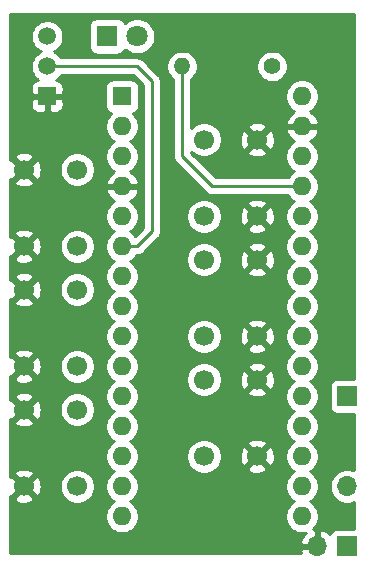
<source format=gbl>
%TF.GenerationSoftware,KiCad,Pcbnew,(5.1.12)-1*%
%TF.CreationDate,2022-02-13T14:19:26+09:00*%
%TF.ProjectId,IRButton,49524275-7474-46f6-9e2e-6b696361645f,rev?*%
%TF.SameCoordinates,Original*%
%TF.FileFunction,Copper,L2,Bot*%
%TF.FilePolarity,Positive*%
%FSLAX46Y46*%
G04 Gerber Fmt 4.6, Leading zero omitted, Abs format (unit mm)*
G04 Created by KiCad (PCBNEW (5.1.12)-1) date 2022-02-13 14:19:26*
%MOMM*%
%LPD*%
G01*
G04 APERTURE LIST*
%TA.AperFunction,ComponentPad*%
%ADD10R,1.700000X1.700000*%
%TD*%
%TA.AperFunction,ComponentPad*%
%ADD11O,1.700000X1.700000*%
%TD*%
%TA.AperFunction,ComponentPad*%
%ADD12R,1.600000X1.600000*%
%TD*%
%TA.AperFunction,ComponentPad*%
%ADD13O,1.600000X1.600000*%
%TD*%
%TA.AperFunction,ComponentPad*%
%ADD14R,1.800000X1.800000*%
%TD*%
%TA.AperFunction,ComponentPad*%
%ADD15C,1.800000*%
%TD*%
%TA.AperFunction,ComponentPad*%
%ADD16C,1.500000*%
%TD*%
%TA.AperFunction,ComponentPad*%
%ADD17R,1.500000X1.500000*%
%TD*%
%TA.AperFunction,ComponentPad*%
%ADD18C,1.400000*%
%TD*%
%TA.AperFunction,ComponentPad*%
%ADD19O,1.400000X1.400000*%
%TD*%
%TA.AperFunction,ComponentPad*%
%ADD20C,1.700000*%
%TD*%
%TA.AperFunction,Conductor*%
%ADD21C,0.250000*%
%TD*%
%TA.AperFunction,Conductor*%
%ADD22C,0.254000*%
%TD*%
%TA.AperFunction,Conductor*%
%ADD23C,0.100000*%
%TD*%
G04 APERTURE END LIST*
D10*
%TO.P,SW0,1*%
%TO.N,Net-(A1-Pad30)*%
X72390000Y-109220000D03*
D11*
%TO.P,SW0,2*%
%TO.N,Net-(BT1-Pad1)*%
X72390000Y-116840000D03*
%TD*%
D12*
%TO.P,Nano,1*%
%TO.N,Net-(A1-Pad1)*%
X53340000Y-83820000D03*
D13*
%TO.P,Nano,17*%
%TO.N,Net-(A1-Pad17)*%
X68580000Y-116840000D03*
%TO.P,Nano,2*%
%TO.N,Net-(A1-Pad2)*%
X53340000Y-86360000D03*
%TO.P,Nano,18*%
%TO.N,Net-(A1-Pad18)*%
X68580000Y-114300000D03*
%TO.P,Nano,3*%
%TO.N,Net-(A1-Pad3)*%
X53340000Y-88900000D03*
%TO.P,Nano,19*%
%TO.N,Net-(A1-Pad19)*%
X68580000Y-111760000D03*
%TO.P,Nano,4*%
%TO.N,GND*%
X53340000Y-91440000D03*
%TO.P,Nano,20*%
%TO.N,Net-(A1-Pad20)*%
X68580000Y-109220000D03*
%TO.P,Nano,5*%
%TO.N,Net-(A1-Pad5)*%
X53340000Y-93980000D03*
%TO.P,Nano,21*%
%TO.N,Net-(A1-Pad21)*%
X68580000Y-106680000D03*
%TO.P,Nano,6*%
%TO.N,Net-(A1-Pad6)*%
X53340000Y-96520000D03*
%TO.P,Nano,22*%
%TO.N,Net-(A1-Pad22)*%
X68580000Y-104140000D03*
%TO.P,Nano,7*%
%TO.N,Net-(A1-Pad7)*%
X53340000Y-99060000D03*
%TO.P,Nano,23*%
%TO.N,Net-(A1-Pad23)*%
X68580000Y-101600000D03*
%TO.P,Nano,8*%
%TO.N,Net-(A1-Pad8)*%
X53340000Y-101600000D03*
%TO.P,Nano,24*%
%TO.N,Net-(A1-Pad24)*%
X68580000Y-99060000D03*
%TO.P,Nano,9*%
%TO.N,Net-(A1-Pad9)*%
X53340000Y-104140000D03*
%TO.P,Nano,25*%
%TO.N,Net-(A1-Pad25)*%
X68580000Y-96520000D03*
%TO.P,Nano,10*%
%TO.N,Net-(A1-Pad10)*%
X53340000Y-106680000D03*
%TO.P,Nano,26*%
%TO.N,Net-(A1-Pad26)*%
X68580000Y-93980000D03*
%TO.P,Nano,11*%
%TO.N,Net-(A1-Pad11)*%
X53340000Y-109220000D03*
%TO.P,Nano,27*%
%TO.N,Net-(A1-Pad27)*%
X68580000Y-91440000D03*
%TO.P,Nano,12*%
%TO.N,Net-(A1-Pad12)*%
X53340000Y-111760000D03*
%TO.P,Nano,28*%
%TO.N,Net-(A1-Pad28)*%
X68580000Y-88900000D03*
%TO.P,Nano,13*%
%TO.N,Net-(A1-Pad13)*%
X53340000Y-114300000D03*
%TO.P,Nano,29*%
%TO.N,GND*%
X68580000Y-86360000D03*
%TO.P,Nano,14*%
%TO.N,Net-(A1-Pad14)*%
X53340000Y-116840000D03*
%TO.P,Nano,30*%
%TO.N,Net-(A1-Pad30)*%
X68580000Y-83820000D03*
%TO.P,Nano,15*%
%TO.N,Net-(A1-Pad15)*%
X53340000Y-119380000D03*
%TO.P,Nano,16*%
%TO.N,Net-(A1-Pad16)*%
X68580000Y-119380000D03*
%TD*%
D14*
%TO.P,LED,1*%
%TO.N,Net-(D1-Pad1)*%
X52070000Y-78740000D03*
D15*
%TO.P,LED,2*%
%TO.N,Net-(D1-Pad2)*%
X54610000Y-78740000D03*
%TD*%
D16*
%TO.P,2N7000,2*%
%TO.N,Net-(A1-Pad6)*%
X46990000Y-81280000D03*
%TO.P,2N7000,3*%
%TO.N,Net-(D1-Pad1)*%
X46990000Y-78740000D03*
D17*
%TO.P,2N7000,1*%
%TO.N,GND*%
X46990000Y-83820000D03*
%TD*%
D18*
%TO.P,R1,1*%
%TO.N,Net-(D1-Pad2)*%
X66040000Y-81280000D03*
D19*
%TO.P,R1,2*%
%TO.N,Net-(A1-Pad27)*%
X58420000Y-81280000D03*
%TD*%
D20*
%TO.P,SW_D5,1*%
%TO.N,GND*%
X64770000Y-104140000D03*
%TO.P,SW_D5,2*%
X64770000Y-97640000D03*
%TO.P,SW_D5,3*%
%TO.N,Net-(A1-Pad8)*%
X60270000Y-104140000D03*
%TO.P,SW_D5,4*%
%TO.N,Net-(SW_D5-Pad4)*%
X60270000Y-97640000D03*
%TD*%
%TO.P,SW_D7,4*%
%TO.N,GND*%
X45030000Y-100180000D03*
%TO.P,SW_D7,3*%
X45030000Y-106680000D03*
%TO.P,SW_D7,2*%
%TO.N,Net-(SW_D7-Pad2)*%
X49530000Y-100180000D03*
%TO.P,SW_D7,1*%
%TO.N,Net-(A1-Pad10)*%
X49530000Y-106680000D03*
%TD*%
%TO.P,SW_D9,1*%
%TO.N,GND*%
X64770000Y-114300000D03*
%TO.P,SW_D9,2*%
X64770000Y-107800000D03*
%TO.P,SW_D9,3*%
%TO.N,Net-(A1-Pad12)*%
X60270000Y-114300000D03*
%TO.P,SW_D9,4*%
%TO.N,Net-(SW_D9-Pad4)*%
X60270000Y-107800000D03*
%TD*%
%TO.P,SW_D2,1*%
%TO.N,GND*%
X64770000Y-93980000D03*
%TO.P,SW_D2,2*%
X64770000Y-87480000D03*
%TO.P,SW_D2,3*%
%TO.N,Net-(A1-Pad5)*%
X60270000Y-93980000D03*
%TO.P,SW_D2,4*%
%TO.N,Net-(SW_D2-Pad4)*%
X60270000Y-87480000D03*
%TD*%
%TO.P,SW_D11,4*%
%TO.N,GND*%
X45030000Y-110340000D03*
%TO.P,SW_D11,3*%
X45030000Y-116840000D03*
%TO.P,SW_D11,2*%
%TO.N,Net-(SW_D11-Pad2)*%
X49530000Y-110340000D03*
%TO.P,SW_D11,1*%
%TO.N,Net-(A1-Pad14)*%
X49530000Y-116840000D03*
%TD*%
%TO.P,SW_D4,4*%
%TO.N,GND*%
X45030000Y-90020000D03*
%TO.P,SW_D4,3*%
X45030000Y-96520000D03*
%TO.P,SW_D4,2*%
%TO.N,Net-(SW_D4-Pad2)*%
X49530000Y-90020000D03*
%TO.P,SW_D4,1*%
%TO.N,Net-(A1-Pad7)*%
X49530000Y-96520000D03*
%TD*%
D10*
%TO.P,BT1,1*%
%TO.N,Net-(BT1-Pad1)*%
X72390000Y-121920000D03*
D11*
%TO.P,BT1,2*%
%TO.N,GND*%
X69850000Y-121920000D03*
%TD*%
D21*
%TO.N,Net-(A1-Pad6)*%
X55880000Y-93625002D02*
X55880000Y-82550000D01*
X54610000Y-96520000D02*
X55880000Y-95250000D01*
X53340000Y-96520000D02*
X54610000Y-96520000D01*
X55880000Y-82550000D02*
X55880000Y-95250000D01*
X54610000Y-81280000D02*
X55880000Y-82550000D01*
X46990000Y-81280000D02*
X54610000Y-81280000D01*
%TO.N,Net-(A1-Pad27)*%
X60960000Y-91440000D02*
X63570998Y-91440000D01*
X60960000Y-91440000D02*
X68580000Y-91440000D01*
X58420000Y-88900000D02*
X60960000Y-91440000D01*
X58420000Y-81280000D02*
X58420000Y-88900000D01*
%TD*%
D22*
%TO.N,GND*%
X72975001Y-107731928D02*
X71540000Y-107731928D01*
X71415518Y-107744188D01*
X71295820Y-107780498D01*
X71185506Y-107839463D01*
X71088815Y-107918815D01*
X71009463Y-108015506D01*
X70950498Y-108125820D01*
X70914188Y-108245518D01*
X70901928Y-108370000D01*
X70901928Y-110070000D01*
X70914188Y-110194482D01*
X70950498Y-110314180D01*
X71009463Y-110424494D01*
X71088815Y-110521185D01*
X71185506Y-110600537D01*
X71295820Y-110659502D01*
X71415518Y-110695812D01*
X71540000Y-110708072D01*
X72975001Y-110708072D01*
X72975001Y-115474963D01*
X72823158Y-115412068D01*
X72536260Y-115355000D01*
X72243740Y-115355000D01*
X71956842Y-115412068D01*
X71686589Y-115524010D01*
X71443368Y-115686525D01*
X71236525Y-115893368D01*
X71074010Y-116136589D01*
X70962068Y-116406842D01*
X70905000Y-116693740D01*
X70905000Y-116986260D01*
X70962068Y-117273158D01*
X71074010Y-117543411D01*
X71236525Y-117786632D01*
X71443368Y-117993475D01*
X71686589Y-118155990D01*
X71956842Y-118267932D01*
X72243740Y-118325000D01*
X72536260Y-118325000D01*
X72823158Y-118267932D01*
X72975001Y-118205037D01*
X72975001Y-120431928D01*
X71540000Y-120431928D01*
X71415518Y-120444188D01*
X71295820Y-120480498D01*
X71185506Y-120539463D01*
X71088815Y-120618815D01*
X71009463Y-120715506D01*
X70950498Y-120825820D01*
X70926034Y-120906466D01*
X70850269Y-120822412D01*
X70616920Y-120648359D01*
X70354099Y-120523175D01*
X70206890Y-120478524D01*
X69977000Y-120599845D01*
X69977000Y-121793000D01*
X69997000Y-121793000D01*
X69997000Y-122047000D01*
X69977000Y-122047000D01*
X69977000Y-122067000D01*
X69723000Y-122067000D01*
X69723000Y-122047000D01*
X68529186Y-122047000D01*
X68408519Y-122276891D01*
X68489436Y-122505000D01*
X43865000Y-122505000D01*
X43865000Y-117868397D01*
X44181208Y-117868397D01*
X44258843Y-118117472D01*
X44522883Y-118243371D01*
X44806411Y-118315339D01*
X45098531Y-118330611D01*
X45388019Y-118288599D01*
X45663747Y-118190919D01*
X45801157Y-118117472D01*
X45878792Y-117868397D01*
X45030000Y-117019605D01*
X44181208Y-117868397D01*
X43865000Y-117868397D01*
X43865000Y-117646214D01*
X44001603Y-117688792D01*
X44850395Y-116840000D01*
X45209605Y-116840000D01*
X46058397Y-117688792D01*
X46307472Y-117611157D01*
X46433371Y-117347117D01*
X46505339Y-117063589D01*
X46520611Y-116771469D01*
X46509331Y-116693740D01*
X48045000Y-116693740D01*
X48045000Y-116986260D01*
X48102068Y-117273158D01*
X48214010Y-117543411D01*
X48376525Y-117786632D01*
X48583368Y-117993475D01*
X48826589Y-118155990D01*
X49096842Y-118267932D01*
X49383740Y-118325000D01*
X49676260Y-118325000D01*
X49963158Y-118267932D01*
X50233411Y-118155990D01*
X50476632Y-117993475D01*
X50683475Y-117786632D01*
X50845990Y-117543411D01*
X50957932Y-117273158D01*
X51015000Y-116986260D01*
X51015000Y-116693740D01*
X50957932Y-116406842D01*
X50845990Y-116136589D01*
X50683475Y-115893368D01*
X50476632Y-115686525D01*
X50233411Y-115524010D01*
X49963158Y-115412068D01*
X49676260Y-115355000D01*
X49383740Y-115355000D01*
X49096842Y-115412068D01*
X48826589Y-115524010D01*
X48583368Y-115686525D01*
X48376525Y-115893368D01*
X48214010Y-116136589D01*
X48102068Y-116406842D01*
X48045000Y-116693740D01*
X46509331Y-116693740D01*
X46478599Y-116481981D01*
X46380919Y-116206253D01*
X46307472Y-116068843D01*
X46058397Y-115991208D01*
X45209605Y-116840000D01*
X44850395Y-116840000D01*
X44001603Y-115991208D01*
X43865000Y-116033786D01*
X43865000Y-115811603D01*
X44181208Y-115811603D01*
X45030000Y-116660395D01*
X45878792Y-115811603D01*
X45801157Y-115562528D01*
X45537117Y-115436629D01*
X45253589Y-115364661D01*
X44961469Y-115349389D01*
X44671981Y-115391401D01*
X44396253Y-115489081D01*
X44258843Y-115562528D01*
X44181208Y-115811603D01*
X43865000Y-115811603D01*
X43865000Y-111368397D01*
X44181208Y-111368397D01*
X44258843Y-111617472D01*
X44522883Y-111743371D01*
X44806411Y-111815339D01*
X45098531Y-111830611D01*
X45388019Y-111788599D01*
X45663747Y-111690919D01*
X45801157Y-111617472D01*
X45878792Y-111368397D01*
X45030000Y-110519605D01*
X44181208Y-111368397D01*
X43865000Y-111368397D01*
X43865000Y-111146214D01*
X44001603Y-111188792D01*
X44850395Y-110340000D01*
X45209605Y-110340000D01*
X46058397Y-111188792D01*
X46307472Y-111111157D01*
X46433371Y-110847117D01*
X46505339Y-110563589D01*
X46520611Y-110271469D01*
X46509331Y-110193740D01*
X48045000Y-110193740D01*
X48045000Y-110486260D01*
X48102068Y-110773158D01*
X48214010Y-111043411D01*
X48376525Y-111286632D01*
X48583368Y-111493475D01*
X48826589Y-111655990D01*
X49096842Y-111767932D01*
X49383740Y-111825000D01*
X49676260Y-111825000D01*
X49963158Y-111767932D01*
X50233411Y-111655990D01*
X50476632Y-111493475D01*
X50683475Y-111286632D01*
X50845990Y-111043411D01*
X50957932Y-110773158D01*
X51015000Y-110486260D01*
X51015000Y-110193740D01*
X50957932Y-109906842D01*
X50845990Y-109636589D01*
X50683475Y-109393368D01*
X50476632Y-109186525D01*
X50233411Y-109024010D01*
X49963158Y-108912068D01*
X49676260Y-108855000D01*
X49383740Y-108855000D01*
X49096842Y-108912068D01*
X48826589Y-109024010D01*
X48583368Y-109186525D01*
X48376525Y-109393368D01*
X48214010Y-109636589D01*
X48102068Y-109906842D01*
X48045000Y-110193740D01*
X46509331Y-110193740D01*
X46478599Y-109981981D01*
X46380919Y-109706253D01*
X46307472Y-109568843D01*
X46058397Y-109491208D01*
X45209605Y-110340000D01*
X44850395Y-110340000D01*
X44001603Y-109491208D01*
X43865000Y-109533786D01*
X43865000Y-109311603D01*
X44181208Y-109311603D01*
X45030000Y-110160395D01*
X45878792Y-109311603D01*
X45801157Y-109062528D01*
X45537117Y-108936629D01*
X45253589Y-108864661D01*
X44961469Y-108849389D01*
X44671981Y-108891401D01*
X44396253Y-108989081D01*
X44258843Y-109062528D01*
X44181208Y-109311603D01*
X43865000Y-109311603D01*
X43865000Y-107708397D01*
X44181208Y-107708397D01*
X44258843Y-107957472D01*
X44522883Y-108083371D01*
X44806411Y-108155339D01*
X45098531Y-108170611D01*
X45388019Y-108128599D01*
X45663747Y-108030919D01*
X45801157Y-107957472D01*
X45878792Y-107708397D01*
X45030000Y-106859605D01*
X44181208Y-107708397D01*
X43865000Y-107708397D01*
X43865000Y-107486214D01*
X44001603Y-107528792D01*
X44850395Y-106680000D01*
X45209605Y-106680000D01*
X46058397Y-107528792D01*
X46307472Y-107451157D01*
X46433371Y-107187117D01*
X46505339Y-106903589D01*
X46520611Y-106611469D01*
X46509331Y-106533740D01*
X48045000Y-106533740D01*
X48045000Y-106826260D01*
X48102068Y-107113158D01*
X48214010Y-107383411D01*
X48376525Y-107626632D01*
X48583368Y-107833475D01*
X48826589Y-107995990D01*
X49096842Y-108107932D01*
X49383740Y-108165000D01*
X49676260Y-108165000D01*
X49963158Y-108107932D01*
X50233411Y-107995990D01*
X50476632Y-107833475D01*
X50683475Y-107626632D01*
X50845990Y-107383411D01*
X50957932Y-107113158D01*
X51015000Y-106826260D01*
X51015000Y-106533740D01*
X50957932Y-106246842D01*
X50845990Y-105976589D01*
X50683475Y-105733368D01*
X50476632Y-105526525D01*
X50233411Y-105364010D01*
X49963158Y-105252068D01*
X49676260Y-105195000D01*
X49383740Y-105195000D01*
X49096842Y-105252068D01*
X48826589Y-105364010D01*
X48583368Y-105526525D01*
X48376525Y-105733368D01*
X48214010Y-105976589D01*
X48102068Y-106246842D01*
X48045000Y-106533740D01*
X46509331Y-106533740D01*
X46478599Y-106321981D01*
X46380919Y-106046253D01*
X46307472Y-105908843D01*
X46058397Y-105831208D01*
X45209605Y-106680000D01*
X44850395Y-106680000D01*
X44001603Y-105831208D01*
X43865000Y-105873786D01*
X43865000Y-105651603D01*
X44181208Y-105651603D01*
X45030000Y-106500395D01*
X45878792Y-105651603D01*
X45801157Y-105402528D01*
X45537117Y-105276629D01*
X45253589Y-105204661D01*
X44961469Y-105189389D01*
X44671981Y-105231401D01*
X44396253Y-105329081D01*
X44258843Y-105402528D01*
X44181208Y-105651603D01*
X43865000Y-105651603D01*
X43865000Y-101208397D01*
X44181208Y-101208397D01*
X44258843Y-101457472D01*
X44522883Y-101583371D01*
X44806411Y-101655339D01*
X45098531Y-101670611D01*
X45388019Y-101628599D01*
X45663747Y-101530919D01*
X45801157Y-101457472D01*
X45878792Y-101208397D01*
X45030000Y-100359605D01*
X44181208Y-101208397D01*
X43865000Y-101208397D01*
X43865000Y-100986214D01*
X44001603Y-101028792D01*
X44850395Y-100180000D01*
X45209605Y-100180000D01*
X46058397Y-101028792D01*
X46307472Y-100951157D01*
X46433371Y-100687117D01*
X46505339Y-100403589D01*
X46520611Y-100111469D01*
X46509331Y-100033740D01*
X48045000Y-100033740D01*
X48045000Y-100326260D01*
X48102068Y-100613158D01*
X48214010Y-100883411D01*
X48376525Y-101126632D01*
X48583368Y-101333475D01*
X48826589Y-101495990D01*
X49096842Y-101607932D01*
X49383740Y-101665000D01*
X49676260Y-101665000D01*
X49963158Y-101607932D01*
X50233411Y-101495990D01*
X50476632Y-101333475D01*
X50683475Y-101126632D01*
X50845990Y-100883411D01*
X50957932Y-100613158D01*
X51015000Y-100326260D01*
X51015000Y-100033740D01*
X50957932Y-99746842D01*
X50845990Y-99476589D01*
X50683475Y-99233368D01*
X50476632Y-99026525D01*
X50233411Y-98864010D01*
X49963158Y-98752068D01*
X49676260Y-98695000D01*
X49383740Y-98695000D01*
X49096842Y-98752068D01*
X48826589Y-98864010D01*
X48583368Y-99026525D01*
X48376525Y-99233368D01*
X48214010Y-99476589D01*
X48102068Y-99746842D01*
X48045000Y-100033740D01*
X46509331Y-100033740D01*
X46478599Y-99821981D01*
X46380919Y-99546253D01*
X46307472Y-99408843D01*
X46058397Y-99331208D01*
X45209605Y-100180000D01*
X44850395Y-100180000D01*
X44001603Y-99331208D01*
X43865000Y-99373786D01*
X43865000Y-99151603D01*
X44181208Y-99151603D01*
X45030000Y-100000395D01*
X45878792Y-99151603D01*
X45801157Y-98902528D01*
X45537117Y-98776629D01*
X45253589Y-98704661D01*
X44961469Y-98689389D01*
X44671981Y-98731401D01*
X44396253Y-98829081D01*
X44258843Y-98902528D01*
X44181208Y-99151603D01*
X43865000Y-99151603D01*
X43865000Y-97548397D01*
X44181208Y-97548397D01*
X44258843Y-97797472D01*
X44522883Y-97923371D01*
X44806411Y-97995339D01*
X45098531Y-98010611D01*
X45388019Y-97968599D01*
X45663747Y-97870919D01*
X45801157Y-97797472D01*
X45878792Y-97548397D01*
X45030000Y-96699605D01*
X44181208Y-97548397D01*
X43865000Y-97548397D01*
X43865000Y-97326214D01*
X44001603Y-97368792D01*
X44850395Y-96520000D01*
X45209605Y-96520000D01*
X46058397Y-97368792D01*
X46307472Y-97291157D01*
X46433371Y-97027117D01*
X46505339Y-96743589D01*
X46520611Y-96451469D01*
X46509331Y-96373740D01*
X48045000Y-96373740D01*
X48045000Y-96666260D01*
X48102068Y-96953158D01*
X48214010Y-97223411D01*
X48376525Y-97466632D01*
X48583368Y-97673475D01*
X48826589Y-97835990D01*
X49096842Y-97947932D01*
X49383740Y-98005000D01*
X49676260Y-98005000D01*
X49963158Y-97947932D01*
X50233411Y-97835990D01*
X50476632Y-97673475D01*
X50683475Y-97466632D01*
X50845990Y-97223411D01*
X50957932Y-96953158D01*
X51015000Y-96666260D01*
X51015000Y-96373740D01*
X50957932Y-96086842D01*
X50845990Y-95816589D01*
X50683475Y-95573368D01*
X50476632Y-95366525D01*
X50233411Y-95204010D01*
X49963158Y-95092068D01*
X49676260Y-95035000D01*
X49383740Y-95035000D01*
X49096842Y-95092068D01*
X48826589Y-95204010D01*
X48583368Y-95366525D01*
X48376525Y-95573368D01*
X48214010Y-95816589D01*
X48102068Y-96086842D01*
X48045000Y-96373740D01*
X46509331Y-96373740D01*
X46478599Y-96161981D01*
X46380919Y-95886253D01*
X46307472Y-95748843D01*
X46058397Y-95671208D01*
X45209605Y-96520000D01*
X44850395Y-96520000D01*
X44001603Y-95671208D01*
X43865000Y-95713786D01*
X43865000Y-95491603D01*
X44181208Y-95491603D01*
X45030000Y-96340395D01*
X45878792Y-95491603D01*
X45801157Y-95242528D01*
X45537117Y-95116629D01*
X45253589Y-95044661D01*
X44961469Y-95029389D01*
X44671981Y-95071401D01*
X44396253Y-95169081D01*
X44258843Y-95242528D01*
X44181208Y-95491603D01*
X43865000Y-95491603D01*
X43865000Y-91048397D01*
X44181208Y-91048397D01*
X44258843Y-91297472D01*
X44522883Y-91423371D01*
X44806411Y-91495339D01*
X45098531Y-91510611D01*
X45388019Y-91468599D01*
X45663747Y-91370919D01*
X45801157Y-91297472D01*
X45878792Y-91048397D01*
X45030000Y-90199605D01*
X44181208Y-91048397D01*
X43865000Y-91048397D01*
X43865000Y-90826214D01*
X44001603Y-90868792D01*
X44850395Y-90020000D01*
X45209605Y-90020000D01*
X46058397Y-90868792D01*
X46307472Y-90791157D01*
X46433371Y-90527117D01*
X46505339Y-90243589D01*
X46520611Y-89951469D01*
X46509331Y-89873740D01*
X48045000Y-89873740D01*
X48045000Y-90166260D01*
X48102068Y-90453158D01*
X48214010Y-90723411D01*
X48376525Y-90966632D01*
X48583368Y-91173475D01*
X48826589Y-91335990D01*
X49096842Y-91447932D01*
X49383740Y-91505000D01*
X49676260Y-91505000D01*
X49963158Y-91447932D01*
X50233411Y-91335990D01*
X50476632Y-91173475D01*
X50683475Y-90966632D01*
X50845990Y-90723411D01*
X50957932Y-90453158D01*
X51015000Y-90166260D01*
X51015000Y-89873740D01*
X50957932Y-89586842D01*
X50845990Y-89316589D01*
X50683475Y-89073368D01*
X50476632Y-88866525D01*
X50233411Y-88704010D01*
X49963158Y-88592068D01*
X49676260Y-88535000D01*
X49383740Y-88535000D01*
X49096842Y-88592068D01*
X48826589Y-88704010D01*
X48583368Y-88866525D01*
X48376525Y-89073368D01*
X48214010Y-89316589D01*
X48102068Y-89586842D01*
X48045000Y-89873740D01*
X46509331Y-89873740D01*
X46478599Y-89661981D01*
X46380919Y-89386253D01*
X46307472Y-89248843D01*
X46058397Y-89171208D01*
X45209605Y-90020000D01*
X44850395Y-90020000D01*
X44001603Y-89171208D01*
X43865000Y-89213786D01*
X43865000Y-88991603D01*
X44181208Y-88991603D01*
X45030000Y-89840395D01*
X45878792Y-88991603D01*
X45801157Y-88742528D01*
X45537117Y-88616629D01*
X45253589Y-88544661D01*
X44961469Y-88529389D01*
X44671981Y-88571401D01*
X44396253Y-88669081D01*
X44258843Y-88742528D01*
X44181208Y-88991603D01*
X43865000Y-88991603D01*
X43865000Y-84570000D01*
X45601928Y-84570000D01*
X45614188Y-84694482D01*
X45650498Y-84814180D01*
X45709463Y-84924494D01*
X45788815Y-85021185D01*
X45885506Y-85100537D01*
X45995820Y-85159502D01*
X46115518Y-85195812D01*
X46240000Y-85208072D01*
X46704250Y-85205000D01*
X46863000Y-85046250D01*
X46863000Y-83947000D01*
X47117000Y-83947000D01*
X47117000Y-85046250D01*
X47275750Y-85205000D01*
X47740000Y-85208072D01*
X47864482Y-85195812D01*
X47984180Y-85159502D01*
X48094494Y-85100537D01*
X48191185Y-85021185D01*
X48270537Y-84924494D01*
X48329502Y-84814180D01*
X48365812Y-84694482D01*
X48378072Y-84570000D01*
X48375000Y-84105750D01*
X48216250Y-83947000D01*
X47117000Y-83947000D01*
X46863000Y-83947000D01*
X45763750Y-83947000D01*
X45605000Y-84105750D01*
X45601928Y-84570000D01*
X43865000Y-84570000D01*
X43865000Y-83070000D01*
X45601928Y-83070000D01*
X45605000Y-83534250D01*
X45763750Y-83693000D01*
X46863000Y-83693000D01*
X46863000Y-83673000D01*
X47117000Y-83673000D01*
X47117000Y-83693000D01*
X48216250Y-83693000D01*
X48375000Y-83534250D01*
X48378072Y-83070000D01*
X48373148Y-83020000D01*
X51901928Y-83020000D01*
X51901928Y-84620000D01*
X51914188Y-84744482D01*
X51950498Y-84864180D01*
X52009463Y-84974494D01*
X52088815Y-85071185D01*
X52185506Y-85150537D01*
X52295820Y-85209502D01*
X52415518Y-85245812D01*
X52423961Y-85246643D01*
X52225363Y-85445241D01*
X52068320Y-85680273D01*
X51960147Y-85941426D01*
X51905000Y-86218665D01*
X51905000Y-86501335D01*
X51960147Y-86778574D01*
X52068320Y-87039727D01*
X52225363Y-87274759D01*
X52425241Y-87474637D01*
X52657759Y-87630000D01*
X52425241Y-87785363D01*
X52225363Y-87985241D01*
X52068320Y-88220273D01*
X51960147Y-88481426D01*
X51905000Y-88758665D01*
X51905000Y-89041335D01*
X51960147Y-89318574D01*
X52068320Y-89579727D01*
X52225363Y-89814759D01*
X52425241Y-90014637D01*
X52660273Y-90171680D01*
X52670865Y-90176067D01*
X52484869Y-90287615D01*
X52276481Y-90476586D01*
X52108963Y-90702580D01*
X51988754Y-90956913D01*
X51948096Y-91090961D01*
X52070085Y-91313000D01*
X53213000Y-91313000D01*
X53213000Y-91293000D01*
X53467000Y-91293000D01*
X53467000Y-91313000D01*
X54609915Y-91313000D01*
X54731904Y-91090961D01*
X54691246Y-90956913D01*
X54571037Y-90702580D01*
X54403519Y-90476586D01*
X54195131Y-90287615D01*
X54009135Y-90176067D01*
X54019727Y-90171680D01*
X54254759Y-90014637D01*
X54454637Y-89814759D01*
X54611680Y-89579727D01*
X54719853Y-89318574D01*
X54775000Y-89041335D01*
X54775000Y-88758665D01*
X54719853Y-88481426D01*
X54611680Y-88220273D01*
X54454637Y-87985241D01*
X54254759Y-87785363D01*
X54022241Y-87630000D01*
X54254759Y-87474637D01*
X54454637Y-87274759D01*
X54611680Y-87039727D01*
X54719853Y-86778574D01*
X54775000Y-86501335D01*
X54775000Y-86218665D01*
X54719853Y-85941426D01*
X54611680Y-85680273D01*
X54454637Y-85445241D01*
X54256039Y-85246643D01*
X54264482Y-85245812D01*
X54384180Y-85209502D01*
X54494494Y-85150537D01*
X54591185Y-85071185D01*
X54670537Y-84974494D01*
X54729502Y-84864180D01*
X54765812Y-84744482D01*
X54778072Y-84620000D01*
X54778072Y-83020000D01*
X54765812Y-82895518D01*
X54729502Y-82775820D01*
X54670537Y-82665506D01*
X54591185Y-82568815D01*
X54494494Y-82489463D01*
X54384180Y-82430498D01*
X54264482Y-82394188D01*
X54140000Y-82381928D01*
X52540000Y-82381928D01*
X52415518Y-82394188D01*
X52295820Y-82430498D01*
X52185506Y-82489463D01*
X52088815Y-82568815D01*
X52009463Y-82665506D01*
X51950498Y-82775820D01*
X51914188Y-82895518D01*
X51901928Y-83020000D01*
X48373148Y-83020000D01*
X48365812Y-82945518D01*
X48329502Y-82825820D01*
X48270537Y-82715506D01*
X48191185Y-82618815D01*
X48094494Y-82539463D01*
X47984180Y-82480498D01*
X47864482Y-82444188D01*
X47756517Y-82433555D01*
X47872886Y-82355799D01*
X48065799Y-82162886D01*
X48147909Y-82040000D01*
X54295199Y-82040000D01*
X55120000Y-82864802D01*
X55120000Y-93662334D01*
X55120001Y-93662343D01*
X55120001Y-94935197D01*
X54452297Y-95602901D01*
X54254759Y-95405363D01*
X54022241Y-95250000D01*
X54254759Y-95094637D01*
X54454637Y-94894759D01*
X54611680Y-94659727D01*
X54719853Y-94398574D01*
X54775000Y-94121335D01*
X54775000Y-93838665D01*
X54719853Y-93561426D01*
X54611680Y-93300273D01*
X54454637Y-93065241D01*
X54254759Y-92865363D01*
X54019727Y-92708320D01*
X54009135Y-92703933D01*
X54195131Y-92592385D01*
X54403519Y-92403414D01*
X54571037Y-92177420D01*
X54691246Y-91923087D01*
X54731904Y-91789039D01*
X54609915Y-91567000D01*
X53467000Y-91567000D01*
X53467000Y-91587000D01*
X53213000Y-91587000D01*
X53213000Y-91567000D01*
X52070085Y-91567000D01*
X51948096Y-91789039D01*
X51988754Y-91923087D01*
X52108963Y-92177420D01*
X52276481Y-92403414D01*
X52484869Y-92592385D01*
X52670865Y-92703933D01*
X52660273Y-92708320D01*
X52425241Y-92865363D01*
X52225363Y-93065241D01*
X52068320Y-93300273D01*
X51960147Y-93561426D01*
X51905000Y-93838665D01*
X51905000Y-94121335D01*
X51960147Y-94398574D01*
X52068320Y-94659727D01*
X52225363Y-94894759D01*
X52425241Y-95094637D01*
X52657759Y-95250000D01*
X52425241Y-95405363D01*
X52225363Y-95605241D01*
X52068320Y-95840273D01*
X51960147Y-96101426D01*
X51905000Y-96378665D01*
X51905000Y-96661335D01*
X51960147Y-96938574D01*
X52068320Y-97199727D01*
X52225363Y-97434759D01*
X52425241Y-97634637D01*
X52657759Y-97790000D01*
X52425241Y-97945363D01*
X52225363Y-98145241D01*
X52068320Y-98380273D01*
X51960147Y-98641426D01*
X51905000Y-98918665D01*
X51905000Y-99201335D01*
X51960147Y-99478574D01*
X52068320Y-99739727D01*
X52225363Y-99974759D01*
X52425241Y-100174637D01*
X52657759Y-100330000D01*
X52425241Y-100485363D01*
X52225363Y-100685241D01*
X52068320Y-100920273D01*
X51960147Y-101181426D01*
X51905000Y-101458665D01*
X51905000Y-101741335D01*
X51960147Y-102018574D01*
X52068320Y-102279727D01*
X52225363Y-102514759D01*
X52425241Y-102714637D01*
X52657759Y-102870000D01*
X52425241Y-103025363D01*
X52225363Y-103225241D01*
X52068320Y-103460273D01*
X51960147Y-103721426D01*
X51905000Y-103998665D01*
X51905000Y-104281335D01*
X51960147Y-104558574D01*
X52068320Y-104819727D01*
X52225363Y-105054759D01*
X52425241Y-105254637D01*
X52657759Y-105410000D01*
X52425241Y-105565363D01*
X52225363Y-105765241D01*
X52068320Y-106000273D01*
X51960147Y-106261426D01*
X51905000Y-106538665D01*
X51905000Y-106821335D01*
X51960147Y-107098574D01*
X52068320Y-107359727D01*
X52225363Y-107594759D01*
X52425241Y-107794637D01*
X52657759Y-107950000D01*
X52425241Y-108105363D01*
X52225363Y-108305241D01*
X52068320Y-108540273D01*
X51960147Y-108801426D01*
X51905000Y-109078665D01*
X51905000Y-109361335D01*
X51960147Y-109638574D01*
X52068320Y-109899727D01*
X52225363Y-110134759D01*
X52425241Y-110334637D01*
X52657759Y-110490000D01*
X52425241Y-110645363D01*
X52225363Y-110845241D01*
X52068320Y-111080273D01*
X51960147Y-111341426D01*
X51905000Y-111618665D01*
X51905000Y-111901335D01*
X51960147Y-112178574D01*
X52068320Y-112439727D01*
X52225363Y-112674759D01*
X52425241Y-112874637D01*
X52657759Y-113030000D01*
X52425241Y-113185363D01*
X52225363Y-113385241D01*
X52068320Y-113620273D01*
X51960147Y-113881426D01*
X51905000Y-114158665D01*
X51905000Y-114441335D01*
X51960147Y-114718574D01*
X52068320Y-114979727D01*
X52225363Y-115214759D01*
X52425241Y-115414637D01*
X52657759Y-115570000D01*
X52425241Y-115725363D01*
X52225363Y-115925241D01*
X52068320Y-116160273D01*
X51960147Y-116421426D01*
X51905000Y-116698665D01*
X51905000Y-116981335D01*
X51960147Y-117258574D01*
X52068320Y-117519727D01*
X52225363Y-117754759D01*
X52425241Y-117954637D01*
X52657759Y-118110000D01*
X52425241Y-118265363D01*
X52225363Y-118465241D01*
X52068320Y-118700273D01*
X51960147Y-118961426D01*
X51905000Y-119238665D01*
X51905000Y-119521335D01*
X51960147Y-119798574D01*
X52068320Y-120059727D01*
X52225363Y-120294759D01*
X52425241Y-120494637D01*
X52660273Y-120651680D01*
X52921426Y-120759853D01*
X53198665Y-120815000D01*
X53481335Y-120815000D01*
X53758574Y-120759853D01*
X54019727Y-120651680D01*
X54254759Y-120494637D01*
X54454637Y-120294759D01*
X54611680Y-120059727D01*
X54719853Y-119798574D01*
X54775000Y-119521335D01*
X54775000Y-119238665D01*
X54719853Y-118961426D01*
X54611680Y-118700273D01*
X54454637Y-118465241D01*
X54254759Y-118265363D01*
X54022241Y-118110000D01*
X54254759Y-117954637D01*
X54454637Y-117754759D01*
X54611680Y-117519727D01*
X54719853Y-117258574D01*
X54775000Y-116981335D01*
X54775000Y-116698665D01*
X54719853Y-116421426D01*
X54611680Y-116160273D01*
X54454637Y-115925241D01*
X54254759Y-115725363D01*
X54022241Y-115570000D01*
X54254759Y-115414637D01*
X54454637Y-115214759D01*
X54611680Y-114979727D01*
X54719853Y-114718574D01*
X54775000Y-114441335D01*
X54775000Y-114158665D01*
X54774021Y-114153740D01*
X58785000Y-114153740D01*
X58785000Y-114446260D01*
X58842068Y-114733158D01*
X58954010Y-115003411D01*
X59116525Y-115246632D01*
X59323368Y-115453475D01*
X59566589Y-115615990D01*
X59836842Y-115727932D01*
X60123740Y-115785000D01*
X60416260Y-115785000D01*
X60703158Y-115727932D01*
X60973411Y-115615990D01*
X61216632Y-115453475D01*
X61341710Y-115328397D01*
X63921208Y-115328397D01*
X63998843Y-115577472D01*
X64262883Y-115703371D01*
X64546411Y-115775339D01*
X64838531Y-115790611D01*
X65128019Y-115748599D01*
X65403747Y-115650919D01*
X65541157Y-115577472D01*
X65618792Y-115328397D01*
X64770000Y-114479605D01*
X63921208Y-115328397D01*
X61341710Y-115328397D01*
X61423475Y-115246632D01*
X61585990Y-115003411D01*
X61697932Y-114733158D01*
X61755000Y-114446260D01*
X61755000Y-114368531D01*
X63279389Y-114368531D01*
X63321401Y-114658019D01*
X63419081Y-114933747D01*
X63492528Y-115071157D01*
X63741603Y-115148792D01*
X64590395Y-114300000D01*
X64949605Y-114300000D01*
X65798397Y-115148792D01*
X66047472Y-115071157D01*
X66173371Y-114807117D01*
X66245339Y-114523589D01*
X66260611Y-114231469D01*
X66218599Y-113941981D01*
X66120919Y-113666253D01*
X66047472Y-113528843D01*
X65798397Y-113451208D01*
X64949605Y-114300000D01*
X64590395Y-114300000D01*
X63741603Y-113451208D01*
X63492528Y-113528843D01*
X63366629Y-113792883D01*
X63294661Y-114076411D01*
X63279389Y-114368531D01*
X61755000Y-114368531D01*
X61755000Y-114153740D01*
X61697932Y-113866842D01*
X61585990Y-113596589D01*
X61423475Y-113353368D01*
X61341710Y-113271603D01*
X63921208Y-113271603D01*
X64770000Y-114120395D01*
X65618792Y-113271603D01*
X65541157Y-113022528D01*
X65277117Y-112896629D01*
X64993589Y-112824661D01*
X64701469Y-112809389D01*
X64411981Y-112851401D01*
X64136253Y-112949081D01*
X63998843Y-113022528D01*
X63921208Y-113271603D01*
X61341710Y-113271603D01*
X61216632Y-113146525D01*
X60973411Y-112984010D01*
X60703158Y-112872068D01*
X60416260Y-112815000D01*
X60123740Y-112815000D01*
X59836842Y-112872068D01*
X59566589Y-112984010D01*
X59323368Y-113146525D01*
X59116525Y-113353368D01*
X58954010Y-113596589D01*
X58842068Y-113866842D01*
X58785000Y-114153740D01*
X54774021Y-114153740D01*
X54719853Y-113881426D01*
X54611680Y-113620273D01*
X54454637Y-113385241D01*
X54254759Y-113185363D01*
X54022241Y-113030000D01*
X54254759Y-112874637D01*
X54454637Y-112674759D01*
X54611680Y-112439727D01*
X54719853Y-112178574D01*
X54775000Y-111901335D01*
X54775000Y-111618665D01*
X54719853Y-111341426D01*
X54611680Y-111080273D01*
X54454637Y-110845241D01*
X54254759Y-110645363D01*
X54022241Y-110490000D01*
X54254759Y-110334637D01*
X54454637Y-110134759D01*
X54611680Y-109899727D01*
X54719853Y-109638574D01*
X54775000Y-109361335D01*
X54775000Y-109078665D01*
X54719853Y-108801426D01*
X54611680Y-108540273D01*
X54454637Y-108305241D01*
X54254759Y-108105363D01*
X54022241Y-107950000D01*
X54254759Y-107794637D01*
X54395656Y-107653740D01*
X58785000Y-107653740D01*
X58785000Y-107946260D01*
X58842068Y-108233158D01*
X58954010Y-108503411D01*
X59116525Y-108746632D01*
X59323368Y-108953475D01*
X59566589Y-109115990D01*
X59836842Y-109227932D01*
X60123740Y-109285000D01*
X60416260Y-109285000D01*
X60703158Y-109227932D01*
X60973411Y-109115990D01*
X61216632Y-108953475D01*
X61341710Y-108828397D01*
X63921208Y-108828397D01*
X63998843Y-109077472D01*
X64262883Y-109203371D01*
X64546411Y-109275339D01*
X64838531Y-109290611D01*
X65128019Y-109248599D01*
X65403747Y-109150919D01*
X65541157Y-109077472D01*
X65618792Y-108828397D01*
X64770000Y-107979605D01*
X63921208Y-108828397D01*
X61341710Y-108828397D01*
X61423475Y-108746632D01*
X61585990Y-108503411D01*
X61697932Y-108233158D01*
X61755000Y-107946260D01*
X61755000Y-107868531D01*
X63279389Y-107868531D01*
X63321401Y-108158019D01*
X63419081Y-108433747D01*
X63492528Y-108571157D01*
X63741603Y-108648792D01*
X64590395Y-107800000D01*
X64949605Y-107800000D01*
X65798397Y-108648792D01*
X66047472Y-108571157D01*
X66173371Y-108307117D01*
X66245339Y-108023589D01*
X66260611Y-107731469D01*
X66218599Y-107441981D01*
X66120919Y-107166253D01*
X66047472Y-107028843D01*
X65798397Y-106951208D01*
X64949605Y-107800000D01*
X64590395Y-107800000D01*
X63741603Y-106951208D01*
X63492528Y-107028843D01*
X63366629Y-107292883D01*
X63294661Y-107576411D01*
X63279389Y-107868531D01*
X61755000Y-107868531D01*
X61755000Y-107653740D01*
X61697932Y-107366842D01*
X61585990Y-107096589D01*
X61423475Y-106853368D01*
X61341710Y-106771603D01*
X63921208Y-106771603D01*
X64770000Y-107620395D01*
X65618792Y-106771603D01*
X65541157Y-106522528D01*
X65277117Y-106396629D01*
X64993589Y-106324661D01*
X64701469Y-106309389D01*
X64411981Y-106351401D01*
X64136253Y-106449081D01*
X63998843Y-106522528D01*
X63921208Y-106771603D01*
X61341710Y-106771603D01*
X61216632Y-106646525D01*
X60973411Y-106484010D01*
X60703158Y-106372068D01*
X60416260Y-106315000D01*
X60123740Y-106315000D01*
X59836842Y-106372068D01*
X59566589Y-106484010D01*
X59323368Y-106646525D01*
X59116525Y-106853368D01*
X58954010Y-107096589D01*
X58842068Y-107366842D01*
X58785000Y-107653740D01*
X54395656Y-107653740D01*
X54454637Y-107594759D01*
X54611680Y-107359727D01*
X54719853Y-107098574D01*
X54775000Y-106821335D01*
X54775000Y-106538665D01*
X54719853Y-106261426D01*
X54611680Y-106000273D01*
X54454637Y-105765241D01*
X54254759Y-105565363D01*
X54022241Y-105410000D01*
X54254759Y-105254637D01*
X54454637Y-105054759D01*
X54611680Y-104819727D01*
X54719853Y-104558574D01*
X54775000Y-104281335D01*
X54775000Y-103998665D01*
X54774021Y-103993740D01*
X58785000Y-103993740D01*
X58785000Y-104286260D01*
X58842068Y-104573158D01*
X58954010Y-104843411D01*
X59116525Y-105086632D01*
X59323368Y-105293475D01*
X59566589Y-105455990D01*
X59836842Y-105567932D01*
X60123740Y-105625000D01*
X60416260Y-105625000D01*
X60703158Y-105567932D01*
X60973411Y-105455990D01*
X61216632Y-105293475D01*
X61341710Y-105168397D01*
X63921208Y-105168397D01*
X63998843Y-105417472D01*
X64262883Y-105543371D01*
X64546411Y-105615339D01*
X64838531Y-105630611D01*
X65128019Y-105588599D01*
X65403747Y-105490919D01*
X65541157Y-105417472D01*
X65618792Y-105168397D01*
X64770000Y-104319605D01*
X63921208Y-105168397D01*
X61341710Y-105168397D01*
X61423475Y-105086632D01*
X61585990Y-104843411D01*
X61697932Y-104573158D01*
X61755000Y-104286260D01*
X61755000Y-104208531D01*
X63279389Y-104208531D01*
X63321401Y-104498019D01*
X63419081Y-104773747D01*
X63492528Y-104911157D01*
X63741603Y-104988792D01*
X64590395Y-104140000D01*
X64949605Y-104140000D01*
X65798397Y-104988792D01*
X66047472Y-104911157D01*
X66173371Y-104647117D01*
X66245339Y-104363589D01*
X66260611Y-104071469D01*
X66218599Y-103781981D01*
X66120919Y-103506253D01*
X66047472Y-103368843D01*
X65798397Y-103291208D01*
X64949605Y-104140000D01*
X64590395Y-104140000D01*
X63741603Y-103291208D01*
X63492528Y-103368843D01*
X63366629Y-103632883D01*
X63294661Y-103916411D01*
X63279389Y-104208531D01*
X61755000Y-104208531D01*
X61755000Y-103993740D01*
X61697932Y-103706842D01*
X61585990Y-103436589D01*
X61423475Y-103193368D01*
X61341710Y-103111603D01*
X63921208Y-103111603D01*
X64770000Y-103960395D01*
X65618792Y-103111603D01*
X65541157Y-102862528D01*
X65277117Y-102736629D01*
X64993589Y-102664661D01*
X64701469Y-102649389D01*
X64411981Y-102691401D01*
X64136253Y-102789081D01*
X63998843Y-102862528D01*
X63921208Y-103111603D01*
X61341710Y-103111603D01*
X61216632Y-102986525D01*
X60973411Y-102824010D01*
X60703158Y-102712068D01*
X60416260Y-102655000D01*
X60123740Y-102655000D01*
X59836842Y-102712068D01*
X59566589Y-102824010D01*
X59323368Y-102986525D01*
X59116525Y-103193368D01*
X58954010Y-103436589D01*
X58842068Y-103706842D01*
X58785000Y-103993740D01*
X54774021Y-103993740D01*
X54719853Y-103721426D01*
X54611680Y-103460273D01*
X54454637Y-103225241D01*
X54254759Y-103025363D01*
X54022241Y-102870000D01*
X54254759Y-102714637D01*
X54454637Y-102514759D01*
X54611680Y-102279727D01*
X54719853Y-102018574D01*
X54775000Y-101741335D01*
X54775000Y-101458665D01*
X54719853Y-101181426D01*
X54611680Y-100920273D01*
X54454637Y-100685241D01*
X54254759Y-100485363D01*
X54022241Y-100330000D01*
X54254759Y-100174637D01*
X54454637Y-99974759D01*
X54611680Y-99739727D01*
X54719853Y-99478574D01*
X54775000Y-99201335D01*
X54775000Y-98918665D01*
X54719853Y-98641426D01*
X54611680Y-98380273D01*
X54454637Y-98145241D01*
X54254759Y-97945363D01*
X54022241Y-97790000D01*
X54254759Y-97634637D01*
X54395656Y-97493740D01*
X58785000Y-97493740D01*
X58785000Y-97786260D01*
X58842068Y-98073158D01*
X58954010Y-98343411D01*
X59116525Y-98586632D01*
X59323368Y-98793475D01*
X59566589Y-98955990D01*
X59836842Y-99067932D01*
X60123740Y-99125000D01*
X60416260Y-99125000D01*
X60703158Y-99067932D01*
X60973411Y-98955990D01*
X61216632Y-98793475D01*
X61341710Y-98668397D01*
X63921208Y-98668397D01*
X63998843Y-98917472D01*
X64262883Y-99043371D01*
X64546411Y-99115339D01*
X64838531Y-99130611D01*
X65128019Y-99088599D01*
X65403747Y-98990919D01*
X65541157Y-98917472D01*
X65618792Y-98668397D01*
X64770000Y-97819605D01*
X63921208Y-98668397D01*
X61341710Y-98668397D01*
X61423475Y-98586632D01*
X61585990Y-98343411D01*
X61697932Y-98073158D01*
X61755000Y-97786260D01*
X61755000Y-97708531D01*
X63279389Y-97708531D01*
X63321401Y-97998019D01*
X63419081Y-98273747D01*
X63492528Y-98411157D01*
X63741603Y-98488792D01*
X64590395Y-97640000D01*
X64949605Y-97640000D01*
X65798397Y-98488792D01*
X66047472Y-98411157D01*
X66173371Y-98147117D01*
X66245339Y-97863589D01*
X66260611Y-97571469D01*
X66218599Y-97281981D01*
X66120919Y-97006253D01*
X66047472Y-96868843D01*
X65798397Y-96791208D01*
X64949605Y-97640000D01*
X64590395Y-97640000D01*
X63741603Y-96791208D01*
X63492528Y-96868843D01*
X63366629Y-97132883D01*
X63294661Y-97416411D01*
X63279389Y-97708531D01*
X61755000Y-97708531D01*
X61755000Y-97493740D01*
X61697932Y-97206842D01*
X61585990Y-96936589D01*
X61423475Y-96693368D01*
X61341710Y-96611603D01*
X63921208Y-96611603D01*
X64770000Y-97460395D01*
X65618792Y-96611603D01*
X65541157Y-96362528D01*
X65277117Y-96236629D01*
X64993589Y-96164661D01*
X64701469Y-96149389D01*
X64411981Y-96191401D01*
X64136253Y-96289081D01*
X63998843Y-96362528D01*
X63921208Y-96611603D01*
X61341710Y-96611603D01*
X61216632Y-96486525D01*
X60973411Y-96324010D01*
X60703158Y-96212068D01*
X60416260Y-96155000D01*
X60123740Y-96155000D01*
X59836842Y-96212068D01*
X59566589Y-96324010D01*
X59323368Y-96486525D01*
X59116525Y-96693368D01*
X58954010Y-96936589D01*
X58842068Y-97206842D01*
X58785000Y-97493740D01*
X54395656Y-97493740D01*
X54454637Y-97434759D01*
X54558043Y-97280000D01*
X54572678Y-97280000D01*
X54610000Y-97283676D01*
X54647322Y-97280000D01*
X54647333Y-97280000D01*
X54758986Y-97269003D01*
X54902247Y-97225546D01*
X55034276Y-97154974D01*
X55150001Y-97060001D01*
X55173804Y-97030997D01*
X56391003Y-95813799D01*
X56420001Y-95790001D01*
X56514974Y-95674276D01*
X56585546Y-95542247D01*
X56629003Y-95398986D01*
X56640000Y-95287333D01*
X56640000Y-95287324D01*
X56643676Y-95250001D01*
X56640000Y-95212678D01*
X56640000Y-93833740D01*
X58785000Y-93833740D01*
X58785000Y-94126260D01*
X58842068Y-94413158D01*
X58954010Y-94683411D01*
X59116525Y-94926632D01*
X59323368Y-95133475D01*
X59566589Y-95295990D01*
X59836842Y-95407932D01*
X60123740Y-95465000D01*
X60416260Y-95465000D01*
X60703158Y-95407932D01*
X60973411Y-95295990D01*
X61216632Y-95133475D01*
X61341710Y-95008397D01*
X63921208Y-95008397D01*
X63998843Y-95257472D01*
X64262883Y-95383371D01*
X64546411Y-95455339D01*
X64838531Y-95470611D01*
X65128019Y-95428599D01*
X65403747Y-95330919D01*
X65541157Y-95257472D01*
X65618792Y-95008397D01*
X64770000Y-94159605D01*
X63921208Y-95008397D01*
X61341710Y-95008397D01*
X61423475Y-94926632D01*
X61585990Y-94683411D01*
X61697932Y-94413158D01*
X61755000Y-94126260D01*
X61755000Y-94048531D01*
X63279389Y-94048531D01*
X63321401Y-94338019D01*
X63419081Y-94613747D01*
X63492528Y-94751157D01*
X63741603Y-94828792D01*
X64590395Y-93980000D01*
X64949605Y-93980000D01*
X65798397Y-94828792D01*
X66047472Y-94751157D01*
X66173371Y-94487117D01*
X66245339Y-94203589D01*
X66260611Y-93911469D01*
X66218599Y-93621981D01*
X66120919Y-93346253D01*
X66047472Y-93208843D01*
X65798397Y-93131208D01*
X64949605Y-93980000D01*
X64590395Y-93980000D01*
X63741603Y-93131208D01*
X63492528Y-93208843D01*
X63366629Y-93472883D01*
X63294661Y-93756411D01*
X63279389Y-94048531D01*
X61755000Y-94048531D01*
X61755000Y-93833740D01*
X61697932Y-93546842D01*
X61585990Y-93276589D01*
X61423475Y-93033368D01*
X61341710Y-92951603D01*
X63921208Y-92951603D01*
X64770000Y-93800395D01*
X65618792Y-92951603D01*
X65541157Y-92702528D01*
X65277117Y-92576629D01*
X64993589Y-92504661D01*
X64701469Y-92489389D01*
X64411981Y-92531401D01*
X64136253Y-92629081D01*
X63998843Y-92702528D01*
X63921208Y-92951603D01*
X61341710Y-92951603D01*
X61216632Y-92826525D01*
X60973411Y-92664010D01*
X60703158Y-92552068D01*
X60416260Y-92495000D01*
X60123740Y-92495000D01*
X59836842Y-92552068D01*
X59566589Y-92664010D01*
X59323368Y-92826525D01*
X59116525Y-93033368D01*
X58954010Y-93276589D01*
X58842068Y-93546842D01*
X58785000Y-93833740D01*
X56640000Y-93833740D01*
X56640000Y-82587322D01*
X56643676Y-82549999D01*
X56640000Y-82512676D01*
X56640000Y-82512667D01*
X56629003Y-82401014D01*
X56585546Y-82257753D01*
X56514974Y-82125724D01*
X56420001Y-82009999D01*
X56391004Y-81986202D01*
X55553316Y-81148514D01*
X57085000Y-81148514D01*
X57085000Y-81411486D01*
X57136304Y-81669405D01*
X57236939Y-81912359D01*
X57383038Y-82131013D01*
X57568987Y-82316962D01*
X57660000Y-82377775D01*
X57660001Y-88862668D01*
X57656324Y-88900000D01*
X57660001Y-88937333D01*
X57670245Y-89041335D01*
X57670998Y-89048985D01*
X57714454Y-89192246D01*
X57785026Y-89324276D01*
X57835890Y-89386253D01*
X57880000Y-89440001D01*
X57908998Y-89463799D01*
X60396205Y-91951008D01*
X60419999Y-91980001D01*
X60448992Y-92003795D01*
X60448996Y-92003799D01*
X60519685Y-92061811D01*
X60535724Y-92074974D01*
X60667753Y-92145546D01*
X60811014Y-92189003D01*
X60922667Y-92200000D01*
X60922676Y-92200000D01*
X60959999Y-92203676D01*
X60997322Y-92200000D01*
X67361957Y-92200000D01*
X67465363Y-92354759D01*
X67665241Y-92554637D01*
X67897759Y-92710000D01*
X67665241Y-92865363D01*
X67465363Y-93065241D01*
X67308320Y-93300273D01*
X67200147Y-93561426D01*
X67145000Y-93838665D01*
X67145000Y-94121335D01*
X67200147Y-94398574D01*
X67308320Y-94659727D01*
X67465363Y-94894759D01*
X67665241Y-95094637D01*
X67897759Y-95250000D01*
X67665241Y-95405363D01*
X67465363Y-95605241D01*
X67308320Y-95840273D01*
X67200147Y-96101426D01*
X67145000Y-96378665D01*
X67145000Y-96661335D01*
X67200147Y-96938574D01*
X67308320Y-97199727D01*
X67465363Y-97434759D01*
X67665241Y-97634637D01*
X67897759Y-97790000D01*
X67665241Y-97945363D01*
X67465363Y-98145241D01*
X67308320Y-98380273D01*
X67200147Y-98641426D01*
X67145000Y-98918665D01*
X67145000Y-99201335D01*
X67200147Y-99478574D01*
X67308320Y-99739727D01*
X67465363Y-99974759D01*
X67665241Y-100174637D01*
X67897759Y-100330000D01*
X67665241Y-100485363D01*
X67465363Y-100685241D01*
X67308320Y-100920273D01*
X67200147Y-101181426D01*
X67145000Y-101458665D01*
X67145000Y-101741335D01*
X67200147Y-102018574D01*
X67308320Y-102279727D01*
X67465363Y-102514759D01*
X67665241Y-102714637D01*
X67897759Y-102870000D01*
X67665241Y-103025363D01*
X67465363Y-103225241D01*
X67308320Y-103460273D01*
X67200147Y-103721426D01*
X67145000Y-103998665D01*
X67145000Y-104281335D01*
X67200147Y-104558574D01*
X67308320Y-104819727D01*
X67465363Y-105054759D01*
X67665241Y-105254637D01*
X67897759Y-105410000D01*
X67665241Y-105565363D01*
X67465363Y-105765241D01*
X67308320Y-106000273D01*
X67200147Y-106261426D01*
X67145000Y-106538665D01*
X67145000Y-106821335D01*
X67200147Y-107098574D01*
X67308320Y-107359727D01*
X67465363Y-107594759D01*
X67665241Y-107794637D01*
X67897759Y-107950000D01*
X67665241Y-108105363D01*
X67465363Y-108305241D01*
X67308320Y-108540273D01*
X67200147Y-108801426D01*
X67145000Y-109078665D01*
X67145000Y-109361335D01*
X67200147Y-109638574D01*
X67308320Y-109899727D01*
X67465363Y-110134759D01*
X67665241Y-110334637D01*
X67897759Y-110490000D01*
X67665241Y-110645363D01*
X67465363Y-110845241D01*
X67308320Y-111080273D01*
X67200147Y-111341426D01*
X67145000Y-111618665D01*
X67145000Y-111901335D01*
X67200147Y-112178574D01*
X67308320Y-112439727D01*
X67465363Y-112674759D01*
X67665241Y-112874637D01*
X67897759Y-113030000D01*
X67665241Y-113185363D01*
X67465363Y-113385241D01*
X67308320Y-113620273D01*
X67200147Y-113881426D01*
X67145000Y-114158665D01*
X67145000Y-114441335D01*
X67200147Y-114718574D01*
X67308320Y-114979727D01*
X67465363Y-115214759D01*
X67665241Y-115414637D01*
X67897759Y-115570000D01*
X67665241Y-115725363D01*
X67465363Y-115925241D01*
X67308320Y-116160273D01*
X67200147Y-116421426D01*
X67145000Y-116698665D01*
X67145000Y-116981335D01*
X67200147Y-117258574D01*
X67308320Y-117519727D01*
X67465363Y-117754759D01*
X67665241Y-117954637D01*
X67897759Y-118110000D01*
X67665241Y-118265363D01*
X67465363Y-118465241D01*
X67308320Y-118700273D01*
X67200147Y-118961426D01*
X67145000Y-119238665D01*
X67145000Y-119521335D01*
X67200147Y-119798574D01*
X67308320Y-120059727D01*
X67465363Y-120294759D01*
X67665241Y-120494637D01*
X67900273Y-120651680D01*
X68161426Y-120759853D01*
X68438665Y-120815000D01*
X68721335Y-120815000D01*
X68909975Y-120777477D01*
X68849731Y-120822412D01*
X68654822Y-121038645D01*
X68505843Y-121288748D01*
X68408519Y-121563109D01*
X68529186Y-121793000D01*
X69723000Y-121793000D01*
X69723000Y-120599845D01*
X69504736Y-120484660D01*
X69694637Y-120294759D01*
X69851680Y-120059727D01*
X69959853Y-119798574D01*
X70015000Y-119521335D01*
X70015000Y-119238665D01*
X69959853Y-118961426D01*
X69851680Y-118700273D01*
X69694637Y-118465241D01*
X69494759Y-118265363D01*
X69262241Y-118110000D01*
X69494759Y-117954637D01*
X69694637Y-117754759D01*
X69851680Y-117519727D01*
X69959853Y-117258574D01*
X70015000Y-116981335D01*
X70015000Y-116698665D01*
X69959853Y-116421426D01*
X69851680Y-116160273D01*
X69694637Y-115925241D01*
X69494759Y-115725363D01*
X69262241Y-115570000D01*
X69494759Y-115414637D01*
X69694637Y-115214759D01*
X69851680Y-114979727D01*
X69959853Y-114718574D01*
X70015000Y-114441335D01*
X70015000Y-114158665D01*
X69959853Y-113881426D01*
X69851680Y-113620273D01*
X69694637Y-113385241D01*
X69494759Y-113185363D01*
X69262241Y-113030000D01*
X69494759Y-112874637D01*
X69694637Y-112674759D01*
X69851680Y-112439727D01*
X69959853Y-112178574D01*
X70015000Y-111901335D01*
X70015000Y-111618665D01*
X69959853Y-111341426D01*
X69851680Y-111080273D01*
X69694637Y-110845241D01*
X69494759Y-110645363D01*
X69262241Y-110490000D01*
X69494759Y-110334637D01*
X69694637Y-110134759D01*
X69851680Y-109899727D01*
X69959853Y-109638574D01*
X70015000Y-109361335D01*
X70015000Y-109078665D01*
X69959853Y-108801426D01*
X69851680Y-108540273D01*
X69694637Y-108305241D01*
X69494759Y-108105363D01*
X69262241Y-107950000D01*
X69494759Y-107794637D01*
X69694637Y-107594759D01*
X69851680Y-107359727D01*
X69959853Y-107098574D01*
X70015000Y-106821335D01*
X70015000Y-106538665D01*
X69959853Y-106261426D01*
X69851680Y-106000273D01*
X69694637Y-105765241D01*
X69494759Y-105565363D01*
X69262241Y-105410000D01*
X69494759Y-105254637D01*
X69694637Y-105054759D01*
X69851680Y-104819727D01*
X69959853Y-104558574D01*
X70015000Y-104281335D01*
X70015000Y-103998665D01*
X69959853Y-103721426D01*
X69851680Y-103460273D01*
X69694637Y-103225241D01*
X69494759Y-103025363D01*
X69262241Y-102870000D01*
X69494759Y-102714637D01*
X69694637Y-102514759D01*
X69851680Y-102279727D01*
X69959853Y-102018574D01*
X70015000Y-101741335D01*
X70015000Y-101458665D01*
X69959853Y-101181426D01*
X69851680Y-100920273D01*
X69694637Y-100685241D01*
X69494759Y-100485363D01*
X69262241Y-100330000D01*
X69494759Y-100174637D01*
X69694637Y-99974759D01*
X69851680Y-99739727D01*
X69959853Y-99478574D01*
X70015000Y-99201335D01*
X70015000Y-98918665D01*
X69959853Y-98641426D01*
X69851680Y-98380273D01*
X69694637Y-98145241D01*
X69494759Y-97945363D01*
X69262241Y-97790000D01*
X69494759Y-97634637D01*
X69694637Y-97434759D01*
X69851680Y-97199727D01*
X69959853Y-96938574D01*
X70015000Y-96661335D01*
X70015000Y-96378665D01*
X69959853Y-96101426D01*
X69851680Y-95840273D01*
X69694637Y-95605241D01*
X69494759Y-95405363D01*
X69262241Y-95250000D01*
X69494759Y-95094637D01*
X69694637Y-94894759D01*
X69851680Y-94659727D01*
X69959853Y-94398574D01*
X70015000Y-94121335D01*
X70015000Y-93838665D01*
X69959853Y-93561426D01*
X69851680Y-93300273D01*
X69694637Y-93065241D01*
X69494759Y-92865363D01*
X69262241Y-92710000D01*
X69494759Y-92554637D01*
X69694637Y-92354759D01*
X69851680Y-92119727D01*
X69959853Y-91858574D01*
X70015000Y-91581335D01*
X70015000Y-91298665D01*
X69959853Y-91021426D01*
X69851680Y-90760273D01*
X69694637Y-90525241D01*
X69494759Y-90325363D01*
X69262241Y-90170000D01*
X69494759Y-90014637D01*
X69694637Y-89814759D01*
X69851680Y-89579727D01*
X69959853Y-89318574D01*
X70015000Y-89041335D01*
X70015000Y-88758665D01*
X69959853Y-88481426D01*
X69851680Y-88220273D01*
X69694637Y-87985241D01*
X69494759Y-87785363D01*
X69259727Y-87628320D01*
X69249135Y-87623933D01*
X69435131Y-87512385D01*
X69643519Y-87323414D01*
X69811037Y-87097420D01*
X69931246Y-86843087D01*
X69971904Y-86709039D01*
X69849915Y-86487000D01*
X68707000Y-86487000D01*
X68707000Y-86507000D01*
X68453000Y-86507000D01*
X68453000Y-86487000D01*
X67310085Y-86487000D01*
X67188096Y-86709039D01*
X67228754Y-86843087D01*
X67348963Y-87097420D01*
X67516481Y-87323414D01*
X67724869Y-87512385D01*
X67910865Y-87623933D01*
X67900273Y-87628320D01*
X67665241Y-87785363D01*
X67465363Y-87985241D01*
X67308320Y-88220273D01*
X67200147Y-88481426D01*
X67145000Y-88758665D01*
X67145000Y-89041335D01*
X67200147Y-89318574D01*
X67308320Y-89579727D01*
X67465363Y-89814759D01*
X67665241Y-90014637D01*
X67897759Y-90170000D01*
X67665241Y-90325363D01*
X67465363Y-90525241D01*
X67361957Y-90680000D01*
X61274803Y-90680000D01*
X59180000Y-88585199D01*
X59180000Y-88490107D01*
X59323368Y-88633475D01*
X59566589Y-88795990D01*
X59836842Y-88907932D01*
X60123740Y-88965000D01*
X60416260Y-88965000D01*
X60703158Y-88907932D01*
X60973411Y-88795990D01*
X61216632Y-88633475D01*
X61341710Y-88508397D01*
X63921208Y-88508397D01*
X63998843Y-88757472D01*
X64262883Y-88883371D01*
X64546411Y-88955339D01*
X64838531Y-88970611D01*
X65128019Y-88928599D01*
X65403747Y-88830919D01*
X65541157Y-88757472D01*
X65618792Y-88508397D01*
X64770000Y-87659605D01*
X63921208Y-88508397D01*
X61341710Y-88508397D01*
X61423475Y-88426632D01*
X61585990Y-88183411D01*
X61697932Y-87913158D01*
X61755000Y-87626260D01*
X61755000Y-87548531D01*
X63279389Y-87548531D01*
X63321401Y-87838019D01*
X63419081Y-88113747D01*
X63492528Y-88251157D01*
X63741603Y-88328792D01*
X64590395Y-87480000D01*
X64949605Y-87480000D01*
X65798397Y-88328792D01*
X66047472Y-88251157D01*
X66173371Y-87987117D01*
X66245339Y-87703589D01*
X66260611Y-87411469D01*
X66218599Y-87121981D01*
X66120919Y-86846253D01*
X66047472Y-86708843D01*
X65798397Y-86631208D01*
X64949605Y-87480000D01*
X64590395Y-87480000D01*
X63741603Y-86631208D01*
X63492528Y-86708843D01*
X63366629Y-86972883D01*
X63294661Y-87256411D01*
X63279389Y-87548531D01*
X61755000Y-87548531D01*
X61755000Y-87333740D01*
X61697932Y-87046842D01*
X61585990Y-86776589D01*
X61423475Y-86533368D01*
X61341710Y-86451603D01*
X63921208Y-86451603D01*
X64770000Y-87300395D01*
X65618792Y-86451603D01*
X65541157Y-86202528D01*
X65277117Y-86076629D01*
X64993589Y-86004661D01*
X64701469Y-85989389D01*
X64411981Y-86031401D01*
X64136253Y-86129081D01*
X63998843Y-86202528D01*
X63921208Y-86451603D01*
X61341710Y-86451603D01*
X61216632Y-86326525D01*
X60973411Y-86164010D01*
X60703158Y-86052068D01*
X60416260Y-85995000D01*
X60123740Y-85995000D01*
X59836842Y-86052068D01*
X59566589Y-86164010D01*
X59323368Y-86326525D01*
X59180000Y-86469893D01*
X59180000Y-83678665D01*
X67145000Y-83678665D01*
X67145000Y-83961335D01*
X67200147Y-84238574D01*
X67308320Y-84499727D01*
X67465363Y-84734759D01*
X67665241Y-84934637D01*
X67900273Y-85091680D01*
X67910865Y-85096067D01*
X67724869Y-85207615D01*
X67516481Y-85396586D01*
X67348963Y-85622580D01*
X67228754Y-85876913D01*
X67188096Y-86010961D01*
X67310085Y-86233000D01*
X68453000Y-86233000D01*
X68453000Y-86213000D01*
X68707000Y-86213000D01*
X68707000Y-86233000D01*
X69849915Y-86233000D01*
X69971904Y-86010961D01*
X69931246Y-85876913D01*
X69811037Y-85622580D01*
X69643519Y-85396586D01*
X69435131Y-85207615D01*
X69249135Y-85096067D01*
X69259727Y-85091680D01*
X69494759Y-84934637D01*
X69694637Y-84734759D01*
X69851680Y-84499727D01*
X69959853Y-84238574D01*
X70015000Y-83961335D01*
X70015000Y-83678665D01*
X69959853Y-83401426D01*
X69851680Y-83140273D01*
X69694637Y-82905241D01*
X69494759Y-82705363D01*
X69259727Y-82548320D01*
X68998574Y-82440147D01*
X68721335Y-82385000D01*
X68438665Y-82385000D01*
X68161426Y-82440147D01*
X67900273Y-82548320D01*
X67665241Y-82705363D01*
X67465363Y-82905241D01*
X67308320Y-83140273D01*
X67200147Y-83401426D01*
X67145000Y-83678665D01*
X59180000Y-83678665D01*
X59180000Y-82377775D01*
X59271013Y-82316962D01*
X59456962Y-82131013D01*
X59603061Y-81912359D01*
X59703696Y-81669405D01*
X59755000Y-81411486D01*
X59755000Y-81148514D01*
X64705000Y-81148514D01*
X64705000Y-81411486D01*
X64756304Y-81669405D01*
X64856939Y-81912359D01*
X65003038Y-82131013D01*
X65188987Y-82316962D01*
X65407641Y-82463061D01*
X65650595Y-82563696D01*
X65908514Y-82615000D01*
X66171486Y-82615000D01*
X66429405Y-82563696D01*
X66672359Y-82463061D01*
X66891013Y-82316962D01*
X67076962Y-82131013D01*
X67223061Y-81912359D01*
X67323696Y-81669405D01*
X67375000Y-81411486D01*
X67375000Y-81148514D01*
X67323696Y-80890595D01*
X67223061Y-80647641D01*
X67076962Y-80428987D01*
X66891013Y-80243038D01*
X66672359Y-80096939D01*
X66429405Y-79996304D01*
X66171486Y-79945000D01*
X65908514Y-79945000D01*
X65650595Y-79996304D01*
X65407641Y-80096939D01*
X65188987Y-80243038D01*
X65003038Y-80428987D01*
X64856939Y-80647641D01*
X64756304Y-80890595D01*
X64705000Y-81148514D01*
X59755000Y-81148514D01*
X59703696Y-80890595D01*
X59603061Y-80647641D01*
X59456962Y-80428987D01*
X59271013Y-80243038D01*
X59052359Y-80096939D01*
X58809405Y-79996304D01*
X58551486Y-79945000D01*
X58288514Y-79945000D01*
X58030595Y-79996304D01*
X57787641Y-80096939D01*
X57568987Y-80243038D01*
X57383038Y-80428987D01*
X57236939Y-80647641D01*
X57136304Y-80890595D01*
X57085000Y-81148514D01*
X55553316Y-81148514D01*
X55173804Y-80769003D01*
X55150001Y-80739999D01*
X55034276Y-80645026D01*
X54902247Y-80574454D01*
X54758986Y-80530997D01*
X54647333Y-80520000D01*
X54647322Y-80520000D01*
X54610000Y-80516324D01*
X54572678Y-80520000D01*
X48147909Y-80520000D01*
X48065799Y-80397114D01*
X47872886Y-80204201D01*
X47646043Y-80052629D01*
X47543127Y-80010000D01*
X47646043Y-79967371D01*
X47872886Y-79815799D01*
X48065799Y-79622886D01*
X48217371Y-79396043D01*
X48321775Y-79143989D01*
X48375000Y-78876411D01*
X48375000Y-78603589D01*
X48321775Y-78336011D01*
X48217371Y-78083957D01*
X48065799Y-77857114D01*
X48048685Y-77840000D01*
X50531928Y-77840000D01*
X50531928Y-79640000D01*
X50544188Y-79764482D01*
X50580498Y-79884180D01*
X50639463Y-79994494D01*
X50718815Y-80091185D01*
X50815506Y-80170537D01*
X50925820Y-80229502D01*
X51045518Y-80265812D01*
X51170000Y-80278072D01*
X52970000Y-80278072D01*
X53094482Y-80265812D01*
X53214180Y-80229502D01*
X53324494Y-80170537D01*
X53421185Y-80091185D01*
X53500537Y-79994494D01*
X53559502Y-79884180D01*
X53565056Y-79865873D01*
X53631495Y-79932312D01*
X53882905Y-80100299D01*
X54162257Y-80216011D01*
X54458816Y-80275000D01*
X54761184Y-80275000D01*
X55057743Y-80216011D01*
X55337095Y-80100299D01*
X55588505Y-79932312D01*
X55802312Y-79718505D01*
X55970299Y-79467095D01*
X56086011Y-79187743D01*
X56145000Y-78891184D01*
X56145000Y-78588816D01*
X56086011Y-78292257D01*
X55970299Y-78012905D01*
X55802312Y-77761495D01*
X55588505Y-77547688D01*
X55337095Y-77379701D01*
X55057743Y-77263989D01*
X54761184Y-77205000D01*
X54458816Y-77205000D01*
X54162257Y-77263989D01*
X53882905Y-77379701D01*
X53631495Y-77547688D01*
X53565056Y-77614127D01*
X53559502Y-77595820D01*
X53500537Y-77485506D01*
X53421185Y-77388815D01*
X53324494Y-77309463D01*
X53214180Y-77250498D01*
X53094482Y-77214188D01*
X52970000Y-77201928D01*
X51170000Y-77201928D01*
X51045518Y-77214188D01*
X50925820Y-77250498D01*
X50815506Y-77309463D01*
X50718815Y-77388815D01*
X50639463Y-77485506D01*
X50580498Y-77595820D01*
X50544188Y-77715518D01*
X50531928Y-77840000D01*
X48048685Y-77840000D01*
X47872886Y-77664201D01*
X47646043Y-77512629D01*
X47393989Y-77408225D01*
X47126411Y-77355000D01*
X46853589Y-77355000D01*
X46586011Y-77408225D01*
X46333957Y-77512629D01*
X46107114Y-77664201D01*
X45914201Y-77857114D01*
X45762629Y-78083957D01*
X45658225Y-78336011D01*
X45605000Y-78603589D01*
X45605000Y-78876411D01*
X45658225Y-79143989D01*
X45762629Y-79396043D01*
X45914201Y-79622886D01*
X46107114Y-79815799D01*
X46333957Y-79967371D01*
X46436873Y-80010000D01*
X46333957Y-80052629D01*
X46107114Y-80204201D01*
X45914201Y-80397114D01*
X45762629Y-80623957D01*
X45658225Y-80876011D01*
X45605000Y-81143589D01*
X45605000Y-81416411D01*
X45658225Y-81683989D01*
X45762629Y-81936043D01*
X45914201Y-82162886D01*
X46107114Y-82355799D01*
X46223483Y-82433555D01*
X46115518Y-82444188D01*
X45995820Y-82480498D01*
X45885506Y-82539463D01*
X45788815Y-82618815D01*
X45709463Y-82715506D01*
X45650498Y-82825820D01*
X45614188Y-82945518D01*
X45601928Y-83070000D01*
X43865000Y-83070000D01*
X43865000Y-76885000D01*
X72975000Y-76885000D01*
X72975001Y-107731928D01*
%TA.AperFunction,Conductor*%
D23*
G36*
X72975001Y-107731928D02*
G01*
X71540000Y-107731928D01*
X71415518Y-107744188D01*
X71295820Y-107780498D01*
X71185506Y-107839463D01*
X71088815Y-107918815D01*
X71009463Y-108015506D01*
X70950498Y-108125820D01*
X70914188Y-108245518D01*
X70901928Y-108370000D01*
X70901928Y-110070000D01*
X70914188Y-110194482D01*
X70950498Y-110314180D01*
X71009463Y-110424494D01*
X71088815Y-110521185D01*
X71185506Y-110600537D01*
X71295820Y-110659502D01*
X71415518Y-110695812D01*
X71540000Y-110708072D01*
X72975001Y-110708072D01*
X72975001Y-115474963D01*
X72823158Y-115412068D01*
X72536260Y-115355000D01*
X72243740Y-115355000D01*
X71956842Y-115412068D01*
X71686589Y-115524010D01*
X71443368Y-115686525D01*
X71236525Y-115893368D01*
X71074010Y-116136589D01*
X70962068Y-116406842D01*
X70905000Y-116693740D01*
X70905000Y-116986260D01*
X70962068Y-117273158D01*
X71074010Y-117543411D01*
X71236525Y-117786632D01*
X71443368Y-117993475D01*
X71686589Y-118155990D01*
X71956842Y-118267932D01*
X72243740Y-118325000D01*
X72536260Y-118325000D01*
X72823158Y-118267932D01*
X72975001Y-118205037D01*
X72975001Y-120431928D01*
X71540000Y-120431928D01*
X71415518Y-120444188D01*
X71295820Y-120480498D01*
X71185506Y-120539463D01*
X71088815Y-120618815D01*
X71009463Y-120715506D01*
X70950498Y-120825820D01*
X70926034Y-120906466D01*
X70850269Y-120822412D01*
X70616920Y-120648359D01*
X70354099Y-120523175D01*
X70206890Y-120478524D01*
X69977000Y-120599845D01*
X69977000Y-121793000D01*
X69997000Y-121793000D01*
X69997000Y-122047000D01*
X69977000Y-122047000D01*
X69977000Y-122067000D01*
X69723000Y-122067000D01*
X69723000Y-122047000D01*
X68529186Y-122047000D01*
X68408519Y-122276891D01*
X68489436Y-122505000D01*
X43865000Y-122505000D01*
X43865000Y-117868397D01*
X44181208Y-117868397D01*
X44258843Y-118117472D01*
X44522883Y-118243371D01*
X44806411Y-118315339D01*
X45098531Y-118330611D01*
X45388019Y-118288599D01*
X45663747Y-118190919D01*
X45801157Y-118117472D01*
X45878792Y-117868397D01*
X45030000Y-117019605D01*
X44181208Y-117868397D01*
X43865000Y-117868397D01*
X43865000Y-117646214D01*
X44001603Y-117688792D01*
X44850395Y-116840000D01*
X45209605Y-116840000D01*
X46058397Y-117688792D01*
X46307472Y-117611157D01*
X46433371Y-117347117D01*
X46505339Y-117063589D01*
X46520611Y-116771469D01*
X46509331Y-116693740D01*
X48045000Y-116693740D01*
X48045000Y-116986260D01*
X48102068Y-117273158D01*
X48214010Y-117543411D01*
X48376525Y-117786632D01*
X48583368Y-117993475D01*
X48826589Y-118155990D01*
X49096842Y-118267932D01*
X49383740Y-118325000D01*
X49676260Y-118325000D01*
X49963158Y-118267932D01*
X50233411Y-118155990D01*
X50476632Y-117993475D01*
X50683475Y-117786632D01*
X50845990Y-117543411D01*
X50957932Y-117273158D01*
X51015000Y-116986260D01*
X51015000Y-116693740D01*
X50957932Y-116406842D01*
X50845990Y-116136589D01*
X50683475Y-115893368D01*
X50476632Y-115686525D01*
X50233411Y-115524010D01*
X49963158Y-115412068D01*
X49676260Y-115355000D01*
X49383740Y-115355000D01*
X49096842Y-115412068D01*
X48826589Y-115524010D01*
X48583368Y-115686525D01*
X48376525Y-115893368D01*
X48214010Y-116136589D01*
X48102068Y-116406842D01*
X48045000Y-116693740D01*
X46509331Y-116693740D01*
X46478599Y-116481981D01*
X46380919Y-116206253D01*
X46307472Y-116068843D01*
X46058397Y-115991208D01*
X45209605Y-116840000D01*
X44850395Y-116840000D01*
X44001603Y-115991208D01*
X43865000Y-116033786D01*
X43865000Y-115811603D01*
X44181208Y-115811603D01*
X45030000Y-116660395D01*
X45878792Y-115811603D01*
X45801157Y-115562528D01*
X45537117Y-115436629D01*
X45253589Y-115364661D01*
X44961469Y-115349389D01*
X44671981Y-115391401D01*
X44396253Y-115489081D01*
X44258843Y-115562528D01*
X44181208Y-115811603D01*
X43865000Y-115811603D01*
X43865000Y-111368397D01*
X44181208Y-111368397D01*
X44258843Y-111617472D01*
X44522883Y-111743371D01*
X44806411Y-111815339D01*
X45098531Y-111830611D01*
X45388019Y-111788599D01*
X45663747Y-111690919D01*
X45801157Y-111617472D01*
X45878792Y-111368397D01*
X45030000Y-110519605D01*
X44181208Y-111368397D01*
X43865000Y-111368397D01*
X43865000Y-111146214D01*
X44001603Y-111188792D01*
X44850395Y-110340000D01*
X45209605Y-110340000D01*
X46058397Y-111188792D01*
X46307472Y-111111157D01*
X46433371Y-110847117D01*
X46505339Y-110563589D01*
X46520611Y-110271469D01*
X46509331Y-110193740D01*
X48045000Y-110193740D01*
X48045000Y-110486260D01*
X48102068Y-110773158D01*
X48214010Y-111043411D01*
X48376525Y-111286632D01*
X48583368Y-111493475D01*
X48826589Y-111655990D01*
X49096842Y-111767932D01*
X49383740Y-111825000D01*
X49676260Y-111825000D01*
X49963158Y-111767932D01*
X50233411Y-111655990D01*
X50476632Y-111493475D01*
X50683475Y-111286632D01*
X50845990Y-111043411D01*
X50957932Y-110773158D01*
X51015000Y-110486260D01*
X51015000Y-110193740D01*
X50957932Y-109906842D01*
X50845990Y-109636589D01*
X50683475Y-109393368D01*
X50476632Y-109186525D01*
X50233411Y-109024010D01*
X49963158Y-108912068D01*
X49676260Y-108855000D01*
X49383740Y-108855000D01*
X49096842Y-108912068D01*
X48826589Y-109024010D01*
X48583368Y-109186525D01*
X48376525Y-109393368D01*
X48214010Y-109636589D01*
X48102068Y-109906842D01*
X48045000Y-110193740D01*
X46509331Y-110193740D01*
X46478599Y-109981981D01*
X46380919Y-109706253D01*
X46307472Y-109568843D01*
X46058397Y-109491208D01*
X45209605Y-110340000D01*
X44850395Y-110340000D01*
X44001603Y-109491208D01*
X43865000Y-109533786D01*
X43865000Y-109311603D01*
X44181208Y-109311603D01*
X45030000Y-110160395D01*
X45878792Y-109311603D01*
X45801157Y-109062528D01*
X45537117Y-108936629D01*
X45253589Y-108864661D01*
X44961469Y-108849389D01*
X44671981Y-108891401D01*
X44396253Y-108989081D01*
X44258843Y-109062528D01*
X44181208Y-109311603D01*
X43865000Y-109311603D01*
X43865000Y-107708397D01*
X44181208Y-107708397D01*
X44258843Y-107957472D01*
X44522883Y-108083371D01*
X44806411Y-108155339D01*
X45098531Y-108170611D01*
X45388019Y-108128599D01*
X45663747Y-108030919D01*
X45801157Y-107957472D01*
X45878792Y-107708397D01*
X45030000Y-106859605D01*
X44181208Y-107708397D01*
X43865000Y-107708397D01*
X43865000Y-107486214D01*
X44001603Y-107528792D01*
X44850395Y-106680000D01*
X45209605Y-106680000D01*
X46058397Y-107528792D01*
X46307472Y-107451157D01*
X46433371Y-107187117D01*
X46505339Y-106903589D01*
X46520611Y-106611469D01*
X46509331Y-106533740D01*
X48045000Y-106533740D01*
X48045000Y-106826260D01*
X48102068Y-107113158D01*
X48214010Y-107383411D01*
X48376525Y-107626632D01*
X48583368Y-107833475D01*
X48826589Y-107995990D01*
X49096842Y-108107932D01*
X49383740Y-108165000D01*
X49676260Y-108165000D01*
X49963158Y-108107932D01*
X50233411Y-107995990D01*
X50476632Y-107833475D01*
X50683475Y-107626632D01*
X50845990Y-107383411D01*
X50957932Y-107113158D01*
X51015000Y-106826260D01*
X51015000Y-106533740D01*
X50957932Y-106246842D01*
X50845990Y-105976589D01*
X50683475Y-105733368D01*
X50476632Y-105526525D01*
X50233411Y-105364010D01*
X49963158Y-105252068D01*
X49676260Y-105195000D01*
X49383740Y-105195000D01*
X49096842Y-105252068D01*
X48826589Y-105364010D01*
X48583368Y-105526525D01*
X48376525Y-105733368D01*
X48214010Y-105976589D01*
X48102068Y-106246842D01*
X48045000Y-106533740D01*
X46509331Y-106533740D01*
X46478599Y-106321981D01*
X46380919Y-106046253D01*
X46307472Y-105908843D01*
X46058397Y-105831208D01*
X45209605Y-106680000D01*
X44850395Y-106680000D01*
X44001603Y-105831208D01*
X43865000Y-105873786D01*
X43865000Y-105651603D01*
X44181208Y-105651603D01*
X45030000Y-106500395D01*
X45878792Y-105651603D01*
X45801157Y-105402528D01*
X45537117Y-105276629D01*
X45253589Y-105204661D01*
X44961469Y-105189389D01*
X44671981Y-105231401D01*
X44396253Y-105329081D01*
X44258843Y-105402528D01*
X44181208Y-105651603D01*
X43865000Y-105651603D01*
X43865000Y-101208397D01*
X44181208Y-101208397D01*
X44258843Y-101457472D01*
X44522883Y-101583371D01*
X44806411Y-101655339D01*
X45098531Y-101670611D01*
X45388019Y-101628599D01*
X45663747Y-101530919D01*
X45801157Y-101457472D01*
X45878792Y-101208397D01*
X45030000Y-100359605D01*
X44181208Y-101208397D01*
X43865000Y-101208397D01*
X43865000Y-100986214D01*
X44001603Y-101028792D01*
X44850395Y-100180000D01*
X45209605Y-100180000D01*
X46058397Y-101028792D01*
X46307472Y-100951157D01*
X46433371Y-100687117D01*
X46505339Y-100403589D01*
X46520611Y-100111469D01*
X46509331Y-100033740D01*
X48045000Y-100033740D01*
X48045000Y-100326260D01*
X48102068Y-100613158D01*
X48214010Y-100883411D01*
X48376525Y-101126632D01*
X48583368Y-101333475D01*
X48826589Y-101495990D01*
X49096842Y-101607932D01*
X49383740Y-101665000D01*
X49676260Y-101665000D01*
X49963158Y-101607932D01*
X50233411Y-101495990D01*
X50476632Y-101333475D01*
X50683475Y-101126632D01*
X50845990Y-100883411D01*
X50957932Y-100613158D01*
X51015000Y-100326260D01*
X51015000Y-100033740D01*
X50957932Y-99746842D01*
X50845990Y-99476589D01*
X50683475Y-99233368D01*
X50476632Y-99026525D01*
X50233411Y-98864010D01*
X49963158Y-98752068D01*
X49676260Y-98695000D01*
X49383740Y-98695000D01*
X49096842Y-98752068D01*
X48826589Y-98864010D01*
X48583368Y-99026525D01*
X48376525Y-99233368D01*
X48214010Y-99476589D01*
X48102068Y-99746842D01*
X48045000Y-100033740D01*
X46509331Y-100033740D01*
X46478599Y-99821981D01*
X46380919Y-99546253D01*
X46307472Y-99408843D01*
X46058397Y-99331208D01*
X45209605Y-100180000D01*
X44850395Y-100180000D01*
X44001603Y-99331208D01*
X43865000Y-99373786D01*
X43865000Y-99151603D01*
X44181208Y-99151603D01*
X45030000Y-100000395D01*
X45878792Y-99151603D01*
X45801157Y-98902528D01*
X45537117Y-98776629D01*
X45253589Y-98704661D01*
X44961469Y-98689389D01*
X44671981Y-98731401D01*
X44396253Y-98829081D01*
X44258843Y-98902528D01*
X44181208Y-99151603D01*
X43865000Y-99151603D01*
X43865000Y-97548397D01*
X44181208Y-97548397D01*
X44258843Y-97797472D01*
X44522883Y-97923371D01*
X44806411Y-97995339D01*
X45098531Y-98010611D01*
X45388019Y-97968599D01*
X45663747Y-97870919D01*
X45801157Y-97797472D01*
X45878792Y-97548397D01*
X45030000Y-96699605D01*
X44181208Y-97548397D01*
X43865000Y-97548397D01*
X43865000Y-97326214D01*
X44001603Y-97368792D01*
X44850395Y-96520000D01*
X45209605Y-96520000D01*
X46058397Y-97368792D01*
X46307472Y-97291157D01*
X46433371Y-97027117D01*
X46505339Y-96743589D01*
X46520611Y-96451469D01*
X46509331Y-96373740D01*
X48045000Y-96373740D01*
X48045000Y-96666260D01*
X48102068Y-96953158D01*
X48214010Y-97223411D01*
X48376525Y-97466632D01*
X48583368Y-97673475D01*
X48826589Y-97835990D01*
X49096842Y-97947932D01*
X49383740Y-98005000D01*
X49676260Y-98005000D01*
X49963158Y-97947932D01*
X50233411Y-97835990D01*
X50476632Y-97673475D01*
X50683475Y-97466632D01*
X50845990Y-97223411D01*
X50957932Y-96953158D01*
X51015000Y-96666260D01*
X51015000Y-96373740D01*
X50957932Y-96086842D01*
X50845990Y-95816589D01*
X50683475Y-95573368D01*
X50476632Y-95366525D01*
X50233411Y-95204010D01*
X49963158Y-95092068D01*
X49676260Y-95035000D01*
X49383740Y-95035000D01*
X49096842Y-95092068D01*
X48826589Y-95204010D01*
X48583368Y-95366525D01*
X48376525Y-95573368D01*
X48214010Y-95816589D01*
X48102068Y-96086842D01*
X48045000Y-96373740D01*
X46509331Y-96373740D01*
X46478599Y-96161981D01*
X46380919Y-95886253D01*
X46307472Y-95748843D01*
X46058397Y-95671208D01*
X45209605Y-96520000D01*
X44850395Y-96520000D01*
X44001603Y-95671208D01*
X43865000Y-95713786D01*
X43865000Y-95491603D01*
X44181208Y-95491603D01*
X45030000Y-96340395D01*
X45878792Y-95491603D01*
X45801157Y-95242528D01*
X45537117Y-95116629D01*
X45253589Y-95044661D01*
X44961469Y-95029389D01*
X44671981Y-95071401D01*
X44396253Y-95169081D01*
X44258843Y-95242528D01*
X44181208Y-95491603D01*
X43865000Y-95491603D01*
X43865000Y-91048397D01*
X44181208Y-91048397D01*
X44258843Y-91297472D01*
X44522883Y-91423371D01*
X44806411Y-91495339D01*
X45098531Y-91510611D01*
X45388019Y-91468599D01*
X45663747Y-91370919D01*
X45801157Y-91297472D01*
X45878792Y-91048397D01*
X45030000Y-90199605D01*
X44181208Y-91048397D01*
X43865000Y-91048397D01*
X43865000Y-90826214D01*
X44001603Y-90868792D01*
X44850395Y-90020000D01*
X45209605Y-90020000D01*
X46058397Y-90868792D01*
X46307472Y-90791157D01*
X46433371Y-90527117D01*
X46505339Y-90243589D01*
X46520611Y-89951469D01*
X46509331Y-89873740D01*
X48045000Y-89873740D01*
X48045000Y-90166260D01*
X48102068Y-90453158D01*
X48214010Y-90723411D01*
X48376525Y-90966632D01*
X48583368Y-91173475D01*
X48826589Y-91335990D01*
X49096842Y-91447932D01*
X49383740Y-91505000D01*
X49676260Y-91505000D01*
X49963158Y-91447932D01*
X50233411Y-91335990D01*
X50476632Y-91173475D01*
X50683475Y-90966632D01*
X50845990Y-90723411D01*
X50957932Y-90453158D01*
X51015000Y-90166260D01*
X51015000Y-89873740D01*
X50957932Y-89586842D01*
X50845990Y-89316589D01*
X50683475Y-89073368D01*
X50476632Y-88866525D01*
X50233411Y-88704010D01*
X49963158Y-88592068D01*
X49676260Y-88535000D01*
X49383740Y-88535000D01*
X49096842Y-88592068D01*
X48826589Y-88704010D01*
X48583368Y-88866525D01*
X48376525Y-89073368D01*
X48214010Y-89316589D01*
X48102068Y-89586842D01*
X48045000Y-89873740D01*
X46509331Y-89873740D01*
X46478599Y-89661981D01*
X46380919Y-89386253D01*
X46307472Y-89248843D01*
X46058397Y-89171208D01*
X45209605Y-90020000D01*
X44850395Y-90020000D01*
X44001603Y-89171208D01*
X43865000Y-89213786D01*
X43865000Y-88991603D01*
X44181208Y-88991603D01*
X45030000Y-89840395D01*
X45878792Y-88991603D01*
X45801157Y-88742528D01*
X45537117Y-88616629D01*
X45253589Y-88544661D01*
X44961469Y-88529389D01*
X44671981Y-88571401D01*
X44396253Y-88669081D01*
X44258843Y-88742528D01*
X44181208Y-88991603D01*
X43865000Y-88991603D01*
X43865000Y-84570000D01*
X45601928Y-84570000D01*
X45614188Y-84694482D01*
X45650498Y-84814180D01*
X45709463Y-84924494D01*
X45788815Y-85021185D01*
X45885506Y-85100537D01*
X45995820Y-85159502D01*
X46115518Y-85195812D01*
X46240000Y-85208072D01*
X46704250Y-85205000D01*
X46863000Y-85046250D01*
X46863000Y-83947000D01*
X47117000Y-83947000D01*
X47117000Y-85046250D01*
X47275750Y-85205000D01*
X47740000Y-85208072D01*
X47864482Y-85195812D01*
X47984180Y-85159502D01*
X48094494Y-85100537D01*
X48191185Y-85021185D01*
X48270537Y-84924494D01*
X48329502Y-84814180D01*
X48365812Y-84694482D01*
X48378072Y-84570000D01*
X48375000Y-84105750D01*
X48216250Y-83947000D01*
X47117000Y-83947000D01*
X46863000Y-83947000D01*
X45763750Y-83947000D01*
X45605000Y-84105750D01*
X45601928Y-84570000D01*
X43865000Y-84570000D01*
X43865000Y-83070000D01*
X45601928Y-83070000D01*
X45605000Y-83534250D01*
X45763750Y-83693000D01*
X46863000Y-83693000D01*
X46863000Y-83673000D01*
X47117000Y-83673000D01*
X47117000Y-83693000D01*
X48216250Y-83693000D01*
X48375000Y-83534250D01*
X48378072Y-83070000D01*
X48373148Y-83020000D01*
X51901928Y-83020000D01*
X51901928Y-84620000D01*
X51914188Y-84744482D01*
X51950498Y-84864180D01*
X52009463Y-84974494D01*
X52088815Y-85071185D01*
X52185506Y-85150537D01*
X52295820Y-85209502D01*
X52415518Y-85245812D01*
X52423961Y-85246643D01*
X52225363Y-85445241D01*
X52068320Y-85680273D01*
X51960147Y-85941426D01*
X51905000Y-86218665D01*
X51905000Y-86501335D01*
X51960147Y-86778574D01*
X52068320Y-87039727D01*
X52225363Y-87274759D01*
X52425241Y-87474637D01*
X52657759Y-87630000D01*
X52425241Y-87785363D01*
X52225363Y-87985241D01*
X52068320Y-88220273D01*
X51960147Y-88481426D01*
X51905000Y-88758665D01*
X51905000Y-89041335D01*
X51960147Y-89318574D01*
X52068320Y-89579727D01*
X52225363Y-89814759D01*
X52425241Y-90014637D01*
X52660273Y-90171680D01*
X52670865Y-90176067D01*
X52484869Y-90287615D01*
X52276481Y-90476586D01*
X52108963Y-90702580D01*
X51988754Y-90956913D01*
X51948096Y-91090961D01*
X52070085Y-91313000D01*
X53213000Y-91313000D01*
X53213000Y-91293000D01*
X53467000Y-91293000D01*
X53467000Y-91313000D01*
X54609915Y-91313000D01*
X54731904Y-91090961D01*
X54691246Y-90956913D01*
X54571037Y-90702580D01*
X54403519Y-90476586D01*
X54195131Y-90287615D01*
X54009135Y-90176067D01*
X54019727Y-90171680D01*
X54254759Y-90014637D01*
X54454637Y-89814759D01*
X54611680Y-89579727D01*
X54719853Y-89318574D01*
X54775000Y-89041335D01*
X54775000Y-88758665D01*
X54719853Y-88481426D01*
X54611680Y-88220273D01*
X54454637Y-87985241D01*
X54254759Y-87785363D01*
X54022241Y-87630000D01*
X54254759Y-87474637D01*
X54454637Y-87274759D01*
X54611680Y-87039727D01*
X54719853Y-86778574D01*
X54775000Y-86501335D01*
X54775000Y-86218665D01*
X54719853Y-85941426D01*
X54611680Y-85680273D01*
X54454637Y-85445241D01*
X54256039Y-85246643D01*
X54264482Y-85245812D01*
X54384180Y-85209502D01*
X54494494Y-85150537D01*
X54591185Y-85071185D01*
X54670537Y-84974494D01*
X54729502Y-84864180D01*
X54765812Y-84744482D01*
X54778072Y-84620000D01*
X54778072Y-83020000D01*
X54765812Y-82895518D01*
X54729502Y-82775820D01*
X54670537Y-82665506D01*
X54591185Y-82568815D01*
X54494494Y-82489463D01*
X54384180Y-82430498D01*
X54264482Y-82394188D01*
X54140000Y-82381928D01*
X52540000Y-82381928D01*
X52415518Y-82394188D01*
X52295820Y-82430498D01*
X52185506Y-82489463D01*
X52088815Y-82568815D01*
X52009463Y-82665506D01*
X51950498Y-82775820D01*
X51914188Y-82895518D01*
X51901928Y-83020000D01*
X48373148Y-83020000D01*
X48365812Y-82945518D01*
X48329502Y-82825820D01*
X48270537Y-82715506D01*
X48191185Y-82618815D01*
X48094494Y-82539463D01*
X47984180Y-82480498D01*
X47864482Y-82444188D01*
X47756517Y-82433555D01*
X47872886Y-82355799D01*
X48065799Y-82162886D01*
X48147909Y-82040000D01*
X54295199Y-82040000D01*
X55120000Y-82864802D01*
X55120000Y-93662334D01*
X55120001Y-93662343D01*
X55120001Y-94935197D01*
X54452297Y-95602901D01*
X54254759Y-95405363D01*
X54022241Y-95250000D01*
X54254759Y-95094637D01*
X54454637Y-94894759D01*
X54611680Y-94659727D01*
X54719853Y-94398574D01*
X54775000Y-94121335D01*
X54775000Y-93838665D01*
X54719853Y-93561426D01*
X54611680Y-93300273D01*
X54454637Y-93065241D01*
X54254759Y-92865363D01*
X54019727Y-92708320D01*
X54009135Y-92703933D01*
X54195131Y-92592385D01*
X54403519Y-92403414D01*
X54571037Y-92177420D01*
X54691246Y-91923087D01*
X54731904Y-91789039D01*
X54609915Y-91567000D01*
X53467000Y-91567000D01*
X53467000Y-91587000D01*
X53213000Y-91587000D01*
X53213000Y-91567000D01*
X52070085Y-91567000D01*
X51948096Y-91789039D01*
X51988754Y-91923087D01*
X52108963Y-92177420D01*
X52276481Y-92403414D01*
X52484869Y-92592385D01*
X52670865Y-92703933D01*
X52660273Y-92708320D01*
X52425241Y-92865363D01*
X52225363Y-93065241D01*
X52068320Y-93300273D01*
X51960147Y-93561426D01*
X51905000Y-93838665D01*
X51905000Y-94121335D01*
X51960147Y-94398574D01*
X52068320Y-94659727D01*
X52225363Y-94894759D01*
X52425241Y-95094637D01*
X52657759Y-95250000D01*
X52425241Y-95405363D01*
X52225363Y-95605241D01*
X52068320Y-95840273D01*
X51960147Y-96101426D01*
X51905000Y-96378665D01*
X51905000Y-96661335D01*
X51960147Y-96938574D01*
X52068320Y-97199727D01*
X52225363Y-97434759D01*
X52425241Y-97634637D01*
X52657759Y-97790000D01*
X52425241Y-97945363D01*
X52225363Y-98145241D01*
X52068320Y-98380273D01*
X51960147Y-98641426D01*
X51905000Y-98918665D01*
X51905000Y-99201335D01*
X51960147Y-99478574D01*
X52068320Y-99739727D01*
X52225363Y-99974759D01*
X52425241Y-100174637D01*
X52657759Y-100330000D01*
X52425241Y-100485363D01*
X52225363Y-100685241D01*
X52068320Y-100920273D01*
X51960147Y-101181426D01*
X51905000Y-101458665D01*
X51905000Y-101741335D01*
X51960147Y-102018574D01*
X52068320Y-102279727D01*
X52225363Y-102514759D01*
X52425241Y-102714637D01*
X52657759Y-102870000D01*
X52425241Y-103025363D01*
X52225363Y-103225241D01*
X52068320Y-103460273D01*
X51960147Y-103721426D01*
X51905000Y-103998665D01*
X51905000Y-104281335D01*
X51960147Y-104558574D01*
X52068320Y-104819727D01*
X52225363Y-105054759D01*
X52425241Y-105254637D01*
X52657759Y-105410000D01*
X52425241Y-105565363D01*
X52225363Y-105765241D01*
X52068320Y-106000273D01*
X51960147Y-106261426D01*
X51905000Y-106538665D01*
X51905000Y-106821335D01*
X51960147Y-107098574D01*
X52068320Y-107359727D01*
X52225363Y-107594759D01*
X52425241Y-107794637D01*
X52657759Y-107950000D01*
X52425241Y-108105363D01*
X52225363Y-108305241D01*
X52068320Y-108540273D01*
X51960147Y-108801426D01*
X51905000Y-109078665D01*
X51905000Y-109361335D01*
X51960147Y-109638574D01*
X52068320Y-109899727D01*
X52225363Y-110134759D01*
X52425241Y-110334637D01*
X52657759Y-110490000D01*
X52425241Y-110645363D01*
X52225363Y-110845241D01*
X52068320Y-111080273D01*
X51960147Y-111341426D01*
X51905000Y-111618665D01*
X51905000Y-111901335D01*
X51960147Y-112178574D01*
X52068320Y-112439727D01*
X52225363Y-112674759D01*
X52425241Y-112874637D01*
X52657759Y-113030000D01*
X52425241Y-113185363D01*
X52225363Y-113385241D01*
X52068320Y-113620273D01*
X51960147Y-113881426D01*
X51905000Y-114158665D01*
X51905000Y-114441335D01*
X51960147Y-114718574D01*
X52068320Y-114979727D01*
X52225363Y-115214759D01*
X52425241Y-115414637D01*
X52657759Y-115570000D01*
X52425241Y-115725363D01*
X52225363Y-115925241D01*
X52068320Y-116160273D01*
X51960147Y-116421426D01*
X51905000Y-116698665D01*
X51905000Y-116981335D01*
X51960147Y-117258574D01*
X52068320Y-117519727D01*
X52225363Y-117754759D01*
X52425241Y-117954637D01*
X52657759Y-118110000D01*
X52425241Y-118265363D01*
X52225363Y-118465241D01*
X52068320Y-118700273D01*
X51960147Y-118961426D01*
X51905000Y-119238665D01*
X51905000Y-119521335D01*
X51960147Y-119798574D01*
X52068320Y-120059727D01*
X52225363Y-120294759D01*
X52425241Y-120494637D01*
X52660273Y-120651680D01*
X52921426Y-120759853D01*
X53198665Y-120815000D01*
X53481335Y-120815000D01*
X53758574Y-120759853D01*
X54019727Y-120651680D01*
X54254759Y-120494637D01*
X54454637Y-120294759D01*
X54611680Y-120059727D01*
X54719853Y-119798574D01*
X54775000Y-119521335D01*
X54775000Y-119238665D01*
X54719853Y-118961426D01*
X54611680Y-118700273D01*
X54454637Y-118465241D01*
X54254759Y-118265363D01*
X54022241Y-118110000D01*
X54254759Y-117954637D01*
X54454637Y-117754759D01*
X54611680Y-117519727D01*
X54719853Y-117258574D01*
X54775000Y-116981335D01*
X54775000Y-116698665D01*
X54719853Y-116421426D01*
X54611680Y-116160273D01*
X54454637Y-115925241D01*
X54254759Y-115725363D01*
X54022241Y-115570000D01*
X54254759Y-115414637D01*
X54454637Y-115214759D01*
X54611680Y-114979727D01*
X54719853Y-114718574D01*
X54775000Y-114441335D01*
X54775000Y-114158665D01*
X54774021Y-114153740D01*
X58785000Y-114153740D01*
X58785000Y-114446260D01*
X58842068Y-114733158D01*
X58954010Y-115003411D01*
X59116525Y-115246632D01*
X59323368Y-115453475D01*
X59566589Y-115615990D01*
X59836842Y-115727932D01*
X60123740Y-115785000D01*
X60416260Y-115785000D01*
X60703158Y-115727932D01*
X60973411Y-115615990D01*
X61216632Y-115453475D01*
X61341710Y-115328397D01*
X63921208Y-115328397D01*
X63998843Y-115577472D01*
X64262883Y-115703371D01*
X64546411Y-115775339D01*
X64838531Y-115790611D01*
X65128019Y-115748599D01*
X65403747Y-115650919D01*
X65541157Y-115577472D01*
X65618792Y-115328397D01*
X64770000Y-114479605D01*
X63921208Y-115328397D01*
X61341710Y-115328397D01*
X61423475Y-115246632D01*
X61585990Y-115003411D01*
X61697932Y-114733158D01*
X61755000Y-114446260D01*
X61755000Y-114368531D01*
X63279389Y-114368531D01*
X63321401Y-114658019D01*
X63419081Y-114933747D01*
X63492528Y-115071157D01*
X63741603Y-115148792D01*
X64590395Y-114300000D01*
X64949605Y-114300000D01*
X65798397Y-115148792D01*
X66047472Y-115071157D01*
X66173371Y-114807117D01*
X66245339Y-114523589D01*
X66260611Y-114231469D01*
X66218599Y-113941981D01*
X66120919Y-113666253D01*
X66047472Y-113528843D01*
X65798397Y-113451208D01*
X64949605Y-114300000D01*
X64590395Y-114300000D01*
X63741603Y-113451208D01*
X63492528Y-113528843D01*
X63366629Y-113792883D01*
X63294661Y-114076411D01*
X63279389Y-114368531D01*
X61755000Y-114368531D01*
X61755000Y-114153740D01*
X61697932Y-113866842D01*
X61585990Y-113596589D01*
X61423475Y-113353368D01*
X61341710Y-113271603D01*
X63921208Y-113271603D01*
X64770000Y-114120395D01*
X65618792Y-113271603D01*
X65541157Y-113022528D01*
X65277117Y-112896629D01*
X64993589Y-112824661D01*
X64701469Y-112809389D01*
X64411981Y-112851401D01*
X64136253Y-112949081D01*
X63998843Y-113022528D01*
X63921208Y-113271603D01*
X61341710Y-113271603D01*
X61216632Y-113146525D01*
X60973411Y-112984010D01*
X60703158Y-112872068D01*
X60416260Y-112815000D01*
X60123740Y-112815000D01*
X59836842Y-112872068D01*
X59566589Y-112984010D01*
X59323368Y-113146525D01*
X59116525Y-113353368D01*
X58954010Y-113596589D01*
X58842068Y-113866842D01*
X58785000Y-114153740D01*
X54774021Y-114153740D01*
X54719853Y-113881426D01*
X54611680Y-113620273D01*
X54454637Y-113385241D01*
X54254759Y-113185363D01*
X54022241Y-113030000D01*
X54254759Y-112874637D01*
X54454637Y-112674759D01*
X54611680Y-112439727D01*
X54719853Y-112178574D01*
X54775000Y-111901335D01*
X54775000Y-111618665D01*
X54719853Y-111341426D01*
X54611680Y-111080273D01*
X54454637Y-110845241D01*
X54254759Y-110645363D01*
X54022241Y-110490000D01*
X54254759Y-110334637D01*
X54454637Y-110134759D01*
X54611680Y-109899727D01*
X54719853Y-109638574D01*
X54775000Y-109361335D01*
X54775000Y-109078665D01*
X54719853Y-108801426D01*
X54611680Y-108540273D01*
X54454637Y-108305241D01*
X54254759Y-108105363D01*
X54022241Y-107950000D01*
X54254759Y-107794637D01*
X54395656Y-107653740D01*
X58785000Y-107653740D01*
X58785000Y-107946260D01*
X58842068Y-108233158D01*
X58954010Y-108503411D01*
X59116525Y-108746632D01*
X59323368Y-108953475D01*
X59566589Y-109115990D01*
X59836842Y-109227932D01*
X60123740Y-109285000D01*
X60416260Y-109285000D01*
X60703158Y-109227932D01*
X60973411Y-109115990D01*
X61216632Y-108953475D01*
X61341710Y-108828397D01*
X63921208Y-108828397D01*
X63998843Y-109077472D01*
X64262883Y-109203371D01*
X64546411Y-109275339D01*
X64838531Y-109290611D01*
X65128019Y-109248599D01*
X65403747Y-109150919D01*
X65541157Y-109077472D01*
X65618792Y-108828397D01*
X64770000Y-107979605D01*
X63921208Y-108828397D01*
X61341710Y-108828397D01*
X61423475Y-108746632D01*
X61585990Y-108503411D01*
X61697932Y-108233158D01*
X61755000Y-107946260D01*
X61755000Y-107868531D01*
X63279389Y-107868531D01*
X63321401Y-108158019D01*
X63419081Y-108433747D01*
X63492528Y-108571157D01*
X63741603Y-108648792D01*
X64590395Y-107800000D01*
X64949605Y-107800000D01*
X65798397Y-108648792D01*
X66047472Y-108571157D01*
X66173371Y-108307117D01*
X66245339Y-108023589D01*
X66260611Y-107731469D01*
X66218599Y-107441981D01*
X66120919Y-107166253D01*
X66047472Y-107028843D01*
X65798397Y-106951208D01*
X64949605Y-107800000D01*
X64590395Y-107800000D01*
X63741603Y-106951208D01*
X63492528Y-107028843D01*
X63366629Y-107292883D01*
X63294661Y-107576411D01*
X63279389Y-107868531D01*
X61755000Y-107868531D01*
X61755000Y-107653740D01*
X61697932Y-107366842D01*
X61585990Y-107096589D01*
X61423475Y-106853368D01*
X61341710Y-106771603D01*
X63921208Y-106771603D01*
X64770000Y-107620395D01*
X65618792Y-106771603D01*
X65541157Y-106522528D01*
X65277117Y-106396629D01*
X64993589Y-106324661D01*
X64701469Y-106309389D01*
X64411981Y-106351401D01*
X64136253Y-106449081D01*
X63998843Y-106522528D01*
X63921208Y-106771603D01*
X61341710Y-106771603D01*
X61216632Y-106646525D01*
X60973411Y-106484010D01*
X60703158Y-106372068D01*
X60416260Y-106315000D01*
X60123740Y-106315000D01*
X59836842Y-106372068D01*
X59566589Y-106484010D01*
X59323368Y-106646525D01*
X59116525Y-106853368D01*
X58954010Y-107096589D01*
X58842068Y-107366842D01*
X58785000Y-107653740D01*
X54395656Y-107653740D01*
X54454637Y-107594759D01*
X54611680Y-107359727D01*
X54719853Y-107098574D01*
X54775000Y-106821335D01*
X54775000Y-106538665D01*
X54719853Y-106261426D01*
X54611680Y-106000273D01*
X54454637Y-105765241D01*
X54254759Y-105565363D01*
X54022241Y-105410000D01*
X54254759Y-105254637D01*
X54454637Y-105054759D01*
X54611680Y-104819727D01*
X54719853Y-104558574D01*
X54775000Y-104281335D01*
X54775000Y-103998665D01*
X54774021Y-103993740D01*
X58785000Y-103993740D01*
X58785000Y-104286260D01*
X58842068Y-104573158D01*
X58954010Y-104843411D01*
X59116525Y-105086632D01*
X59323368Y-105293475D01*
X59566589Y-105455990D01*
X59836842Y-105567932D01*
X60123740Y-105625000D01*
X60416260Y-105625000D01*
X60703158Y-105567932D01*
X60973411Y-105455990D01*
X61216632Y-105293475D01*
X61341710Y-105168397D01*
X63921208Y-105168397D01*
X63998843Y-105417472D01*
X64262883Y-105543371D01*
X64546411Y-105615339D01*
X64838531Y-105630611D01*
X65128019Y-105588599D01*
X65403747Y-105490919D01*
X65541157Y-105417472D01*
X65618792Y-105168397D01*
X64770000Y-104319605D01*
X63921208Y-105168397D01*
X61341710Y-105168397D01*
X61423475Y-105086632D01*
X61585990Y-104843411D01*
X61697932Y-104573158D01*
X61755000Y-104286260D01*
X61755000Y-104208531D01*
X63279389Y-104208531D01*
X63321401Y-104498019D01*
X63419081Y-104773747D01*
X63492528Y-104911157D01*
X63741603Y-104988792D01*
X64590395Y-104140000D01*
X64949605Y-104140000D01*
X65798397Y-104988792D01*
X66047472Y-104911157D01*
X66173371Y-104647117D01*
X66245339Y-104363589D01*
X66260611Y-104071469D01*
X66218599Y-103781981D01*
X66120919Y-103506253D01*
X66047472Y-103368843D01*
X65798397Y-103291208D01*
X64949605Y-104140000D01*
X64590395Y-104140000D01*
X63741603Y-103291208D01*
X63492528Y-103368843D01*
X63366629Y-103632883D01*
X63294661Y-103916411D01*
X63279389Y-104208531D01*
X61755000Y-104208531D01*
X61755000Y-103993740D01*
X61697932Y-103706842D01*
X61585990Y-103436589D01*
X61423475Y-103193368D01*
X61341710Y-103111603D01*
X63921208Y-103111603D01*
X64770000Y-103960395D01*
X65618792Y-103111603D01*
X65541157Y-102862528D01*
X65277117Y-102736629D01*
X64993589Y-102664661D01*
X64701469Y-102649389D01*
X64411981Y-102691401D01*
X64136253Y-102789081D01*
X63998843Y-102862528D01*
X63921208Y-103111603D01*
X61341710Y-103111603D01*
X61216632Y-102986525D01*
X60973411Y-102824010D01*
X60703158Y-102712068D01*
X60416260Y-102655000D01*
X60123740Y-102655000D01*
X59836842Y-102712068D01*
X59566589Y-102824010D01*
X59323368Y-102986525D01*
X59116525Y-103193368D01*
X58954010Y-103436589D01*
X58842068Y-103706842D01*
X58785000Y-103993740D01*
X54774021Y-103993740D01*
X54719853Y-103721426D01*
X54611680Y-103460273D01*
X54454637Y-103225241D01*
X54254759Y-103025363D01*
X54022241Y-102870000D01*
X54254759Y-102714637D01*
X54454637Y-102514759D01*
X54611680Y-102279727D01*
X54719853Y-102018574D01*
X54775000Y-101741335D01*
X54775000Y-101458665D01*
X54719853Y-101181426D01*
X54611680Y-100920273D01*
X54454637Y-100685241D01*
X54254759Y-100485363D01*
X54022241Y-100330000D01*
X54254759Y-100174637D01*
X54454637Y-99974759D01*
X54611680Y-99739727D01*
X54719853Y-99478574D01*
X54775000Y-99201335D01*
X54775000Y-98918665D01*
X54719853Y-98641426D01*
X54611680Y-98380273D01*
X54454637Y-98145241D01*
X54254759Y-97945363D01*
X54022241Y-97790000D01*
X54254759Y-97634637D01*
X54395656Y-97493740D01*
X58785000Y-97493740D01*
X58785000Y-97786260D01*
X58842068Y-98073158D01*
X58954010Y-98343411D01*
X59116525Y-98586632D01*
X59323368Y-98793475D01*
X59566589Y-98955990D01*
X59836842Y-99067932D01*
X60123740Y-99125000D01*
X60416260Y-99125000D01*
X60703158Y-99067932D01*
X60973411Y-98955990D01*
X61216632Y-98793475D01*
X61341710Y-98668397D01*
X63921208Y-98668397D01*
X63998843Y-98917472D01*
X64262883Y-99043371D01*
X64546411Y-99115339D01*
X64838531Y-99130611D01*
X65128019Y-99088599D01*
X65403747Y-98990919D01*
X65541157Y-98917472D01*
X65618792Y-98668397D01*
X64770000Y-97819605D01*
X63921208Y-98668397D01*
X61341710Y-98668397D01*
X61423475Y-98586632D01*
X61585990Y-98343411D01*
X61697932Y-98073158D01*
X61755000Y-97786260D01*
X61755000Y-97708531D01*
X63279389Y-97708531D01*
X63321401Y-97998019D01*
X63419081Y-98273747D01*
X63492528Y-98411157D01*
X63741603Y-98488792D01*
X64590395Y-97640000D01*
X64949605Y-97640000D01*
X65798397Y-98488792D01*
X66047472Y-98411157D01*
X66173371Y-98147117D01*
X66245339Y-97863589D01*
X66260611Y-97571469D01*
X66218599Y-97281981D01*
X66120919Y-97006253D01*
X66047472Y-96868843D01*
X65798397Y-96791208D01*
X64949605Y-97640000D01*
X64590395Y-97640000D01*
X63741603Y-96791208D01*
X63492528Y-96868843D01*
X63366629Y-97132883D01*
X63294661Y-97416411D01*
X63279389Y-97708531D01*
X61755000Y-97708531D01*
X61755000Y-97493740D01*
X61697932Y-97206842D01*
X61585990Y-96936589D01*
X61423475Y-96693368D01*
X61341710Y-96611603D01*
X63921208Y-96611603D01*
X64770000Y-97460395D01*
X65618792Y-96611603D01*
X65541157Y-96362528D01*
X65277117Y-96236629D01*
X64993589Y-96164661D01*
X64701469Y-96149389D01*
X64411981Y-96191401D01*
X64136253Y-96289081D01*
X63998843Y-96362528D01*
X63921208Y-96611603D01*
X61341710Y-96611603D01*
X61216632Y-96486525D01*
X60973411Y-96324010D01*
X60703158Y-96212068D01*
X60416260Y-96155000D01*
X60123740Y-96155000D01*
X59836842Y-96212068D01*
X59566589Y-96324010D01*
X59323368Y-96486525D01*
X59116525Y-96693368D01*
X58954010Y-96936589D01*
X58842068Y-97206842D01*
X58785000Y-97493740D01*
X54395656Y-97493740D01*
X54454637Y-97434759D01*
X54558043Y-97280000D01*
X54572678Y-97280000D01*
X54610000Y-97283676D01*
X54647322Y-97280000D01*
X54647333Y-97280000D01*
X54758986Y-97269003D01*
X54902247Y-97225546D01*
X55034276Y-97154974D01*
X55150001Y-97060001D01*
X55173804Y-97030997D01*
X56391003Y-95813799D01*
X56420001Y-95790001D01*
X56514974Y-95674276D01*
X56585546Y-95542247D01*
X56629003Y-95398986D01*
X56640000Y-95287333D01*
X56640000Y-95287324D01*
X56643676Y-95250001D01*
X56640000Y-95212678D01*
X56640000Y-93833740D01*
X58785000Y-93833740D01*
X58785000Y-94126260D01*
X58842068Y-94413158D01*
X58954010Y-94683411D01*
X59116525Y-94926632D01*
X59323368Y-95133475D01*
X59566589Y-95295990D01*
X59836842Y-95407932D01*
X60123740Y-95465000D01*
X60416260Y-95465000D01*
X60703158Y-95407932D01*
X60973411Y-95295990D01*
X61216632Y-95133475D01*
X61341710Y-95008397D01*
X63921208Y-95008397D01*
X63998843Y-95257472D01*
X64262883Y-95383371D01*
X64546411Y-95455339D01*
X64838531Y-95470611D01*
X65128019Y-95428599D01*
X65403747Y-95330919D01*
X65541157Y-95257472D01*
X65618792Y-95008397D01*
X64770000Y-94159605D01*
X63921208Y-95008397D01*
X61341710Y-95008397D01*
X61423475Y-94926632D01*
X61585990Y-94683411D01*
X61697932Y-94413158D01*
X61755000Y-94126260D01*
X61755000Y-94048531D01*
X63279389Y-94048531D01*
X63321401Y-94338019D01*
X63419081Y-94613747D01*
X63492528Y-94751157D01*
X63741603Y-94828792D01*
X64590395Y-93980000D01*
X64949605Y-93980000D01*
X65798397Y-94828792D01*
X66047472Y-94751157D01*
X66173371Y-94487117D01*
X66245339Y-94203589D01*
X66260611Y-93911469D01*
X66218599Y-93621981D01*
X66120919Y-93346253D01*
X66047472Y-93208843D01*
X65798397Y-93131208D01*
X64949605Y-93980000D01*
X64590395Y-93980000D01*
X63741603Y-93131208D01*
X63492528Y-93208843D01*
X63366629Y-93472883D01*
X63294661Y-93756411D01*
X63279389Y-94048531D01*
X61755000Y-94048531D01*
X61755000Y-93833740D01*
X61697932Y-93546842D01*
X61585990Y-93276589D01*
X61423475Y-93033368D01*
X61341710Y-92951603D01*
X63921208Y-92951603D01*
X64770000Y-93800395D01*
X65618792Y-92951603D01*
X65541157Y-92702528D01*
X65277117Y-92576629D01*
X64993589Y-92504661D01*
X64701469Y-92489389D01*
X64411981Y-92531401D01*
X64136253Y-92629081D01*
X63998843Y-92702528D01*
X63921208Y-92951603D01*
X61341710Y-92951603D01*
X61216632Y-92826525D01*
X60973411Y-92664010D01*
X60703158Y-92552068D01*
X60416260Y-92495000D01*
X60123740Y-92495000D01*
X59836842Y-92552068D01*
X59566589Y-92664010D01*
X59323368Y-92826525D01*
X59116525Y-93033368D01*
X58954010Y-93276589D01*
X58842068Y-93546842D01*
X58785000Y-93833740D01*
X56640000Y-93833740D01*
X56640000Y-82587322D01*
X56643676Y-82549999D01*
X56640000Y-82512676D01*
X56640000Y-82512667D01*
X56629003Y-82401014D01*
X56585546Y-82257753D01*
X56514974Y-82125724D01*
X56420001Y-82009999D01*
X56391004Y-81986202D01*
X55553316Y-81148514D01*
X57085000Y-81148514D01*
X57085000Y-81411486D01*
X57136304Y-81669405D01*
X57236939Y-81912359D01*
X57383038Y-82131013D01*
X57568987Y-82316962D01*
X57660000Y-82377775D01*
X57660001Y-88862668D01*
X57656324Y-88900000D01*
X57660001Y-88937333D01*
X57670245Y-89041335D01*
X57670998Y-89048985D01*
X57714454Y-89192246D01*
X57785026Y-89324276D01*
X57835890Y-89386253D01*
X57880000Y-89440001D01*
X57908998Y-89463799D01*
X60396205Y-91951008D01*
X60419999Y-91980001D01*
X60448992Y-92003795D01*
X60448996Y-92003799D01*
X60519685Y-92061811D01*
X60535724Y-92074974D01*
X60667753Y-92145546D01*
X60811014Y-92189003D01*
X60922667Y-92200000D01*
X60922676Y-92200000D01*
X60959999Y-92203676D01*
X60997322Y-92200000D01*
X67361957Y-92200000D01*
X67465363Y-92354759D01*
X67665241Y-92554637D01*
X67897759Y-92710000D01*
X67665241Y-92865363D01*
X67465363Y-93065241D01*
X67308320Y-93300273D01*
X67200147Y-93561426D01*
X67145000Y-93838665D01*
X67145000Y-94121335D01*
X67200147Y-94398574D01*
X67308320Y-94659727D01*
X67465363Y-94894759D01*
X67665241Y-95094637D01*
X67897759Y-95250000D01*
X67665241Y-95405363D01*
X67465363Y-95605241D01*
X67308320Y-95840273D01*
X67200147Y-96101426D01*
X67145000Y-96378665D01*
X67145000Y-96661335D01*
X67200147Y-96938574D01*
X67308320Y-97199727D01*
X67465363Y-97434759D01*
X67665241Y-97634637D01*
X67897759Y-97790000D01*
X67665241Y-97945363D01*
X67465363Y-98145241D01*
X67308320Y-98380273D01*
X67200147Y-98641426D01*
X67145000Y-98918665D01*
X67145000Y-99201335D01*
X67200147Y-99478574D01*
X67308320Y-99739727D01*
X67465363Y-99974759D01*
X67665241Y-100174637D01*
X67897759Y-100330000D01*
X67665241Y-100485363D01*
X67465363Y-100685241D01*
X67308320Y-100920273D01*
X67200147Y-101181426D01*
X67145000Y-101458665D01*
X67145000Y-101741335D01*
X67200147Y-102018574D01*
X67308320Y-102279727D01*
X67465363Y-102514759D01*
X67665241Y-102714637D01*
X67897759Y-102870000D01*
X67665241Y-103025363D01*
X67465363Y-103225241D01*
X67308320Y-103460273D01*
X67200147Y-103721426D01*
X67145000Y-103998665D01*
X67145000Y-104281335D01*
X67200147Y-104558574D01*
X67308320Y-104819727D01*
X67465363Y-105054759D01*
X67665241Y-105254637D01*
X67897759Y-105410000D01*
X67665241Y-105565363D01*
X67465363Y-105765241D01*
X67308320Y-106000273D01*
X67200147Y-106261426D01*
X67145000Y-106538665D01*
X67145000Y-106821335D01*
X67200147Y-107098574D01*
X67308320Y-107359727D01*
X67465363Y-107594759D01*
X67665241Y-107794637D01*
X67897759Y-107950000D01*
X67665241Y-108105363D01*
X67465363Y-108305241D01*
X67308320Y-108540273D01*
X67200147Y-108801426D01*
X67145000Y-109078665D01*
X67145000Y-109361335D01*
X67200147Y-109638574D01*
X67308320Y-109899727D01*
X67465363Y-110134759D01*
X67665241Y-110334637D01*
X67897759Y-110490000D01*
X67665241Y-110645363D01*
X67465363Y-110845241D01*
X67308320Y-111080273D01*
X67200147Y-111341426D01*
X67145000Y-111618665D01*
X67145000Y-111901335D01*
X67200147Y-112178574D01*
X67308320Y-112439727D01*
X67465363Y-112674759D01*
X67665241Y-112874637D01*
X67897759Y-113030000D01*
X67665241Y-113185363D01*
X67465363Y-113385241D01*
X67308320Y-113620273D01*
X67200147Y-113881426D01*
X67145000Y-114158665D01*
X67145000Y-114441335D01*
X67200147Y-114718574D01*
X67308320Y-114979727D01*
X67465363Y-115214759D01*
X67665241Y-115414637D01*
X67897759Y-115570000D01*
X67665241Y-115725363D01*
X67465363Y-115925241D01*
X67308320Y-116160273D01*
X67200147Y-116421426D01*
X67145000Y-116698665D01*
X67145000Y-116981335D01*
X67200147Y-117258574D01*
X67308320Y-117519727D01*
X67465363Y-117754759D01*
X67665241Y-117954637D01*
X67897759Y-118110000D01*
X67665241Y-118265363D01*
X67465363Y-118465241D01*
X67308320Y-118700273D01*
X67200147Y-118961426D01*
X67145000Y-119238665D01*
X67145000Y-119521335D01*
X67200147Y-119798574D01*
X67308320Y-120059727D01*
X67465363Y-120294759D01*
X67665241Y-120494637D01*
X67900273Y-120651680D01*
X68161426Y-120759853D01*
X68438665Y-120815000D01*
X68721335Y-120815000D01*
X68909975Y-120777477D01*
X68849731Y-120822412D01*
X68654822Y-121038645D01*
X68505843Y-121288748D01*
X68408519Y-121563109D01*
X68529186Y-121793000D01*
X69723000Y-121793000D01*
X69723000Y-120599845D01*
X69504736Y-120484660D01*
X69694637Y-120294759D01*
X69851680Y-120059727D01*
X69959853Y-119798574D01*
X70015000Y-119521335D01*
X70015000Y-119238665D01*
X69959853Y-118961426D01*
X69851680Y-118700273D01*
X69694637Y-118465241D01*
X69494759Y-118265363D01*
X69262241Y-118110000D01*
X69494759Y-117954637D01*
X69694637Y-117754759D01*
X69851680Y-117519727D01*
X69959853Y-117258574D01*
X70015000Y-116981335D01*
X70015000Y-116698665D01*
X69959853Y-116421426D01*
X69851680Y-116160273D01*
X69694637Y-115925241D01*
X69494759Y-115725363D01*
X69262241Y-115570000D01*
X69494759Y-115414637D01*
X69694637Y-115214759D01*
X69851680Y-114979727D01*
X69959853Y-114718574D01*
X70015000Y-114441335D01*
X70015000Y-114158665D01*
X69959853Y-113881426D01*
X69851680Y-113620273D01*
X69694637Y-113385241D01*
X69494759Y-113185363D01*
X69262241Y-113030000D01*
X69494759Y-112874637D01*
X69694637Y-112674759D01*
X69851680Y-112439727D01*
X69959853Y-112178574D01*
X70015000Y-111901335D01*
X70015000Y-111618665D01*
X69959853Y-111341426D01*
X69851680Y-111080273D01*
X69694637Y-110845241D01*
X69494759Y-110645363D01*
X69262241Y-110490000D01*
X69494759Y-110334637D01*
X69694637Y-110134759D01*
X69851680Y-109899727D01*
X69959853Y-109638574D01*
X70015000Y-109361335D01*
X70015000Y-109078665D01*
X69959853Y-108801426D01*
X69851680Y-108540273D01*
X69694637Y-108305241D01*
X69494759Y-108105363D01*
X69262241Y-107950000D01*
X69494759Y-107794637D01*
X69694637Y-107594759D01*
X69851680Y-107359727D01*
X69959853Y-107098574D01*
X70015000Y-106821335D01*
X70015000Y-106538665D01*
X69959853Y-106261426D01*
X69851680Y-106000273D01*
X69694637Y-105765241D01*
X69494759Y-105565363D01*
X69262241Y-105410000D01*
X69494759Y-105254637D01*
X69694637Y-105054759D01*
X69851680Y-104819727D01*
X69959853Y-104558574D01*
X70015000Y-104281335D01*
X70015000Y-103998665D01*
X69959853Y-103721426D01*
X69851680Y-103460273D01*
X69694637Y-103225241D01*
X69494759Y-103025363D01*
X69262241Y-102870000D01*
X69494759Y-102714637D01*
X69694637Y-102514759D01*
X69851680Y-102279727D01*
X69959853Y-102018574D01*
X70015000Y-101741335D01*
X70015000Y-101458665D01*
X69959853Y-101181426D01*
X69851680Y-100920273D01*
X69694637Y-100685241D01*
X69494759Y-100485363D01*
X69262241Y-100330000D01*
X69494759Y-100174637D01*
X69694637Y-99974759D01*
X69851680Y-99739727D01*
X69959853Y-99478574D01*
X70015000Y-99201335D01*
X70015000Y-98918665D01*
X69959853Y-98641426D01*
X69851680Y-98380273D01*
X69694637Y-98145241D01*
X69494759Y-97945363D01*
X69262241Y-97790000D01*
X69494759Y-97634637D01*
X69694637Y-97434759D01*
X69851680Y-97199727D01*
X69959853Y-96938574D01*
X70015000Y-96661335D01*
X70015000Y-96378665D01*
X69959853Y-96101426D01*
X69851680Y-95840273D01*
X69694637Y-95605241D01*
X69494759Y-95405363D01*
X69262241Y-95250000D01*
X69494759Y-95094637D01*
X69694637Y-94894759D01*
X69851680Y-94659727D01*
X69959853Y-94398574D01*
X70015000Y-94121335D01*
X70015000Y-93838665D01*
X69959853Y-93561426D01*
X69851680Y-93300273D01*
X69694637Y-93065241D01*
X69494759Y-92865363D01*
X69262241Y-92710000D01*
X69494759Y-92554637D01*
X69694637Y-92354759D01*
X69851680Y-92119727D01*
X69959853Y-91858574D01*
X70015000Y-91581335D01*
X70015000Y-91298665D01*
X69959853Y-91021426D01*
X69851680Y-90760273D01*
X69694637Y-90525241D01*
X69494759Y-90325363D01*
X69262241Y-90170000D01*
X69494759Y-90014637D01*
X69694637Y-89814759D01*
X69851680Y-89579727D01*
X69959853Y-89318574D01*
X70015000Y-89041335D01*
X70015000Y-88758665D01*
X69959853Y-88481426D01*
X69851680Y-88220273D01*
X69694637Y-87985241D01*
X69494759Y-87785363D01*
X69259727Y-87628320D01*
X69249135Y-87623933D01*
X69435131Y-87512385D01*
X69643519Y-87323414D01*
X69811037Y-87097420D01*
X69931246Y-86843087D01*
X69971904Y-86709039D01*
X69849915Y-86487000D01*
X68707000Y-86487000D01*
X68707000Y-86507000D01*
X68453000Y-86507000D01*
X68453000Y-86487000D01*
X67310085Y-86487000D01*
X67188096Y-86709039D01*
X67228754Y-86843087D01*
X67348963Y-87097420D01*
X67516481Y-87323414D01*
X67724869Y-87512385D01*
X67910865Y-87623933D01*
X67900273Y-87628320D01*
X67665241Y-87785363D01*
X67465363Y-87985241D01*
X67308320Y-88220273D01*
X67200147Y-88481426D01*
X67145000Y-88758665D01*
X67145000Y-89041335D01*
X67200147Y-89318574D01*
X67308320Y-89579727D01*
X67465363Y-89814759D01*
X67665241Y-90014637D01*
X67897759Y-90170000D01*
X67665241Y-90325363D01*
X67465363Y-90525241D01*
X67361957Y-90680000D01*
X61274803Y-90680000D01*
X59180000Y-88585199D01*
X59180000Y-88490107D01*
X59323368Y-88633475D01*
X59566589Y-88795990D01*
X59836842Y-88907932D01*
X60123740Y-88965000D01*
X60416260Y-88965000D01*
X60703158Y-88907932D01*
X60973411Y-88795990D01*
X61216632Y-88633475D01*
X61341710Y-88508397D01*
X63921208Y-88508397D01*
X63998843Y-88757472D01*
X64262883Y-88883371D01*
X64546411Y-88955339D01*
X64838531Y-88970611D01*
X65128019Y-88928599D01*
X65403747Y-88830919D01*
X65541157Y-88757472D01*
X65618792Y-88508397D01*
X64770000Y-87659605D01*
X63921208Y-88508397D01*
X61341710Y-88508397D01*
X61423475Y-88426632D01*
X61585990Y-88183411D01*
X61697932Y-87913158D01*
X61755000Y-87626260D01*
X61755000Y-87548531D01*
X63279389Y-87548531D01*
X63321401Y-87838019D01*
X63419081Y-88113747D01*
X63492528Y-88251157D01*
X63741603Y-88328792D01*
X64590395Y-87480000D01*
X64949605Y-87480000D01*
X65798397Y-88328792D01*
X66047472Y-88251157D01*
X66173371Y-87987117D01*
X66245339Y-87703589D01*
X66260611Y-87411469D01*
X66218599Y-87121981D01*
X66120919Y-86846253D01*
X66047472Y-86708843D01*
X65798397Y-86631208D01*
X64949605Y-87480000D01*
X64590395Y-87480000D01*
X63741603Y-86631208D01*
X63492528Y-86708843D01*
X63366629Y-86972883D01*
X63294661Y-87256411D01*
X63279389Y-87548531D01*
X61755000Y-87548531D01*
X61755000Y-87333740D01*
X61697932Y-87046842D01*
X61585990Y-86776589D01*
X61423475Y-86533368D01*
X61341710Y-86451603D01*
X63921208Y-86451603D01*
X64770000Y-87300395D01*
X65618792Y-86451603D01*
X65541157Y-86202528D01*
X65277117Y-86076629D01*
X64993589Y-86004661D01*
X64701469Y-85989389D01*
X64411981Y-86031401D01*
X64136253Y-86129081D01*
X63998843Y-86202528D01*
X63921208Y-86451603D01*
X61341710Y-86451603D01*
X61216632Y-86326525D01*
X60973411Y-86164010D01*
X60703158Y-86052068D01*
X60416260Y-85995000D01*
X60123740Y-85995000D01*
X59836842Y-86052068D01*
X59566589Y-86164010D01*
X59323368Y-86326525D01*
X59180000Y-86469893D01*
X59180000Y-83678665D01*
X67145000Y-83678665D01*
X67145000Y-83961335D01*
X67200147Y-84238574D01*
X67308320Y-84499727D01*
X67465363Y-84734759D01*
X67665241Y-84934637D01*
X67900273Y-85091680D01*
X67910865Y-85096067D01*
X67724869Y-85207615D01*
X67516481Y-85396586D01*
X67348963Y-85622580D01*
X67228754Y-85876913D01*
X67188096Y-86010961D01*
X67310085Y-86233000D01*
X68453000Y-86233000D01*
X68453000Y-86213000D01*
X68707000Y-86213000D01*
X68707000Y-86233000D01*
X69849915Y-86233000D01*
X69971904Y-86010961D01*
X69931246Y-85876913D01*
X69811037Y-85622580D01*
X69643519Y-85396586D01*
X69435131Y-85207615D01*
X69249135Y-85096067D01*
X69259727Y-85091680D01*
X69494759Y-84934637D01*
X69694637Y-84734759D01*
X69851680Y-84499727D01*
X69959853Y-84238574D01*
X70015000Y-83961335D01*
X70015000Y-83678665D01*
X69959853Y-83401426D01*
X69851680Y-83140273D01*
X69694637Y-82905241D01*
X69494759Y-82705363D01*
X69259727Y-82548320D01*
X68998574Y-82440147D01*
X68721335Y-82385000D01*
X68438665Y-82385000D01*
X68161426Y-82440147D01*
X67900273Y-82548320D01*
X67665241Y-82705363D01*
X67465363Y-82905241D01*
X67308320Y-83140273D01*
X67200147Y-83401426D01*
X67145000Y-83678665D01*
X59180000Y-83678665D01*
X59180000Y-82377775D01*
X59271013Y-82316962D01*
X59456962Y-82131013D01*
X59603061Y-81912359D01*
X59703696Y-81669405D01*
X59755000Y-81411486D01*
X59755000Y-81148514D01*
X64705000Y-81148514D01*
X64705000Y-81411486D01*
X64756304Y-81669405D01*
X64856939Y-81912359D01*
X65003038Y-82131013D01*
X65188987Y-82316962D01*
X65407641Y-82463061D01*
X65650595Y-82563696D01*
X65908514Y-82615000D01*
X66171486Y-82615000D01*
X66429405Y-82563696D01*
X66672359Y-82463061D01*
X66891013Y-82316962D01*
X67076962Y-82131013D01*
X67223061Y-81912359D01*
X67323696Y-81669405D01*
X67375000Y-81411486D01*
X67375000Y-81148514D01*
X67323696Y-80890595D01*
X67223061Y-80647641D01*
X67076962Y-80428987D01*
X66891013Y-80243038D01*
X66672359Y-80096939D01*
X66429405Y-79996304D01*
X66171486Y-79945000D01*
X65908514Y-79945000D01*
X65650595Y-79996304D01*
X65407641Y-80096939D01*
X65188987Y-80243038D01*
X65003038Y-80428987D01*
X64856939Y-80647641D01*
X64756304Y-80890595D01*
X64705000Y-81148514D01*
X59755000Y-81148514D01*
X59703696Y-80890595D01*
X59603061Y-80647641D01*
X59456962Y-80428987D01*
X59271013Y-80243038D01*
X59052359Y-80096939D01*
X58809405Y-79996304D01*
X58551486Y-79945000D01*
X58288514Y-79945000D01*
X58030595Y-79996304D01*
X57787641Y-80096939D01*
X57568987Y-80243038D01*
X57383038Y-80428987D01*
X57236939Y-80647641D01*
X57136304Y-80890595D01*
X57085000Y-81148514D01*
X55553316Y-81148514D01*
X55173804Y-80769003D01*
X55150001Y-80739999D01*
X55034276Y-80645026D01*
X54902247Y-80574454D01*
X54758986Y-80530997D01*
X54647333Y-80520000D01*
X54647322Y-80520000D01*
X54610000Y-80516324D01*
X54572678Y-80520000D01*
X48147909Y-80520000D01*
X48065799Y-80397114D01*
X47872886Y-80204201D01*
X47646043Y-80052629D01*
X47543127Y-80010000D01*
X47646043Y-79967371D01*
X47872886Y-79815799D01*
X48065799Y-79622886D01*
X48217371Y-79396043D01*
X48321775Y-79143989D01*
X48375000Y-78876411D01*
X48375000Y-78603589D01*
X48321775Y-78336011D01*
X48217371Y-78083957D01*
X48065799Y-77857114D01*
X48048685Y-77840000D01*
X50531928Y-77840000D01*
X50531928Y-79640000D01*
X50544188Y-79764482D01*
X50580498Y-79884180D01*
X50639463Y-79994494D01*
X50718815Y-80091185D01*
X50815506Y-80170537D01*
X50925820Y-80229502D01*
X51045518Y-80265812D01*
X51170000Y-80278072D01*
X52970000Y-80278072D01*
X53094482Y-80265812D01*
X53214180Y-80229502D01*
X53324494Y-80170537D01*
X53421185Y-80091185D01*
X53500537Y-79994494D01*
X53559502Y-79884180D01*
X53565056Y-79865873D01*
X53631495Y-79932312D01*
X53882905Y-80100299D01*
X54162257Y-80216011D01*
X54458816Y-80275000D01*
X54761184Y-80275000D01*
X55057743Y-80216011D01*
X55337095Y-80100299D01*
X55588505Y-79932312D01*
X55802312Y-79718505D01*
X55970299Y-79467095D01*
X56086011Y-79187743D01*
X56145000Y-78891184D01*
X56145000Y-78588816D01*
X56086011Y-78292257D01*
X55970299Y-78012905D01*
X55802312Y-77761495D01*
X55588505Y-77547688D01*
X55337095Y-77379701D01*
X55057743Y-77263989D01*
X54761184Y-77205000D01*
X54458816Y-77205000D01*
X54162257Y-77263989D01*
X53882905Y-77379701D01*
X53631495Y-77547688D01*
X53565056Y-77614127D01*
X53559502Y-77595820D01*
X53500537Y-77485506D01*
X53421185Y-77388815D01*
X53324494Y-77309463D01*
X53214180Y-77250498D01*
X53094482Y-77214188D01*
X52970000Y-77201928D01*
X51170000Y-77201928D01*
X51045518Y-77214188D01*
X50925820Y-77250498D01*
X50815506Y-77309463D01*
X50718815Y-77388815D01*
X50639463Y-77485506D01*
X50580498Y-77595820D01*
X50544188Y-77715518D01*
X50531928Y-77840000D01*
X48048685Y-77840000D01*
X47872886Y-77664201D01*
X47646043Y-77512629D01*
X47393989Y-77408225D01*
X47126411Y-77355000D01*
X46853589Y-77355000D01*
X46586011Y-77408225D01*
X46333957Y-77512629D01*
X46107114Y-77664201D01*
X45914201Y-77857114D01*
X45762629Y-78083957D01*
X45658225Y-78336011D01*
X45605000Y-78603589D01*
X45605000Y-78876411D01*
X45658225Y-79143989D01*
X45762629Y-79396043D01*
X45914201Y-79622886D01*
X46107114Y-79815799D01*
X46333957Y-79967371D01*
X46436873Y-80010000D01*
X46333957Y-80052629D01*
X46107114Y-80204201D01*
X45914201Y-80397114D01*
X45762629Y-80623957D01*
X45658225Y-80876011D01*
X45605000Y-81143589D01*
X45605000Y-81416411D01*
X45658225Y-81683989D01*
X45762629Y-81936043D01*
X45914201Y-82162886D01*
X46107114Y-82355799D01*
X46223483Y-82433555D01*
X46115518Y-82444188D01*
X45995820Y-82480498D01*
X45885506Y-82539463D01*
X45788815Y-82618815D01*
X45709463Y-82715506D01*
X45650498Y-82825820D01*
X45614188Y-82945518D01*
X45601928Y-83070000D01*
X43865000Y-83070000D01*
X43865000Y-76885000D01*
X72975000Y-76885000D01*
X72975001Y-107731928D01*
G37*
%TD.AperFunction*%
%TD*%
M02*

</source>
